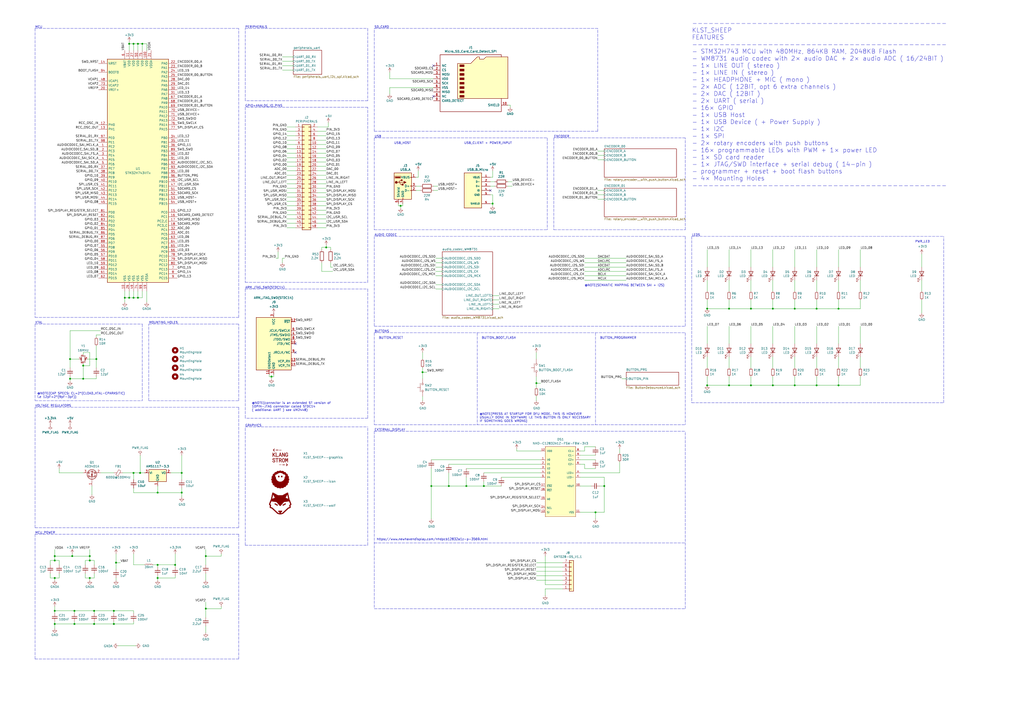
<source format=kicad_sch>
(kicad_sch (version 20211123) (generator eeschema)
  (paper "A2")
  (title_block (title "KLST_SHEEP") (date "2021-10-11") (rev "0.1"))
  (junction (at 77.47 25.4))
  (junction (at 435.61 223.52))
  (junction (at 422.91 223.52))
  (junction (at 31.75 335.28))
  (junction (at 41.91 322.58))
  (junction (at 105.41 285.75))
  (junction (at 448.31 223.52))
  (junction (at 119.38 353.06))
  (junction (at 461.01 223.52))
  (junction (at 91.44 335.28))
  (junction (at 40.64 219.71))
  (junction (at 280.67 281.94))
  (junction (at 52.07 325.12))
  (junction (at 232.41 119.38))
  (junction (at 72.39 172.72))
  (junction (at 410.21 223.52))
  (junction (at 77.47 172.72))
  (junction (at 245.11 215.9))
  (junction (at 40.64 208.28))
  (junction (at 55.88 208.28))
  (junction (at 54.61 361.95))
  (junction (at 435.61 179.07))
  (junction (at 52.07 322.58))
  (junction (at 48.26 219.71))
  (junction (at 54.61 354.33))
  (junction (at 77.47 274.32))
  (junction (at 250.19 281.94))
  (junction (at 43.18 361.95))
  (junction (at 82.55 25.4))
  (junction (at 105.41 274.32))
  (junction (at 43.18 354.33))
  (junction (at 31.75 322.58))
  (junction (at 66.04 354.33))
  (junction (at 461.01 179.07))
  (junction (at 473.71 179.07))
  (junction (at 486.41 223.52))
  (junction (at 285.75 118.11))
  (junction (at 31.75 361.95))
  (junction (at 80.01 172.72))
  (junction (at 80.01 25.4))
  (junction (at 270.51 281.94))
  (junction (at 260.35 281.94))
  (junction (at 410.21 179.07))
  (junction (at 48.26 212.09))
  (junction (at 31.75 325.12))
  (junction (at 66.04 361.95))
  (junction (at 91.44 327.66))
  (junction (at 486.41 179.07))
  (junction (at 101.6 327.66))
  (junction (at 448.31 179.07))
  (junction (at 81.28 274.32))
  (junction (at 189.23 143.51))
  (junction (at 74.93 25.4))
  (junction (at 311.15 222.25))
  (junction (at 91.44 285.75))
  (junction (at 422.91 179.07))
  (junction (at 345.44 297.18))
  (junction (at 31.75 354.33))
  (junction (at 157.48 218.44))
  (junction (at 350.52 281.94))
  (junction (at 52.07 335.28))
  (junction (at 67.31 326.39))
  (junction (at 119.38 322.58))
  (junction (at 74.93 172.72))
  (junction (at 473.71 223.52))
  (no_connect (at 251.46 55.88))
  (no_connect (at 171.45 199.39))
  (no_connect (at 251.46 38.1))
  (no_connect (at 171.45 204.47))
  (no_connect (at 284.48 110.49))
  (wire (pts (xy 311.15 224.79) (xy 311.15 222.25)))
  (wire (pts (xy 336.55 266.7) (xy 345.44 266.7)))
  (wire (pts (xy 339.09 154.94) (xy 363.22 154.94)))
  (wire (pts (xy 241.3 107.95) (xy 243.84 107.95)))
  (wire (pts (xy 270.51 271.78) (xy 313.69 271.78)))
  (wire (pts (xy 66.04 361.95) (xy 54.61 361.95)))
  (wire (pts (xy 31.75 354.33) (xy 31.75 355.6)))
  (wire (pts (xy 29.21 335.28) (xy 29.21 332.74)))
  (wire (pts (xy 260.35 269.24) (xy 313.69 269.24)))
  (wire (pts (xy 55.88 208.28) (xy 55.88 213.36)))
  (polyline (pts (xy 321.31 133.35) (xy 397.51 133.35)))
  (wire (pts (xy 270.51 276.86) (xy 270.51 281.94)))
  (wire (pts (xy 189.23 142.24) (xy 189.23 143.51)))
  (wire (pts (xy 486.41 173.99) (xy 486.41 179.07)))
  (wire (pts (xy 119.38 336.55) (xy 119.38 332.74)))
  (wire (pts (xy 346.71 113.03) (xy 350.52 113.03)))
  (wire (pts (xy 31.75 354.33) (xy 43.18 354.33)))
  (wire (pts (xy 119.38 353.06) (xy 128.27 353.06)))
  (wire (pts (xy 339.09 152.4) (xy 363.22 152.4)))
  (wire (pts (xy 410.21 173.99) (xy 410.21 179.07)))
  (wire (pts (xy 295.91 60.96) (xy 295.91 62.23)))
  (wire (pts (xy 81.28 264.16) (xy 81.28 274.32)))
  (wire (pts (xy 410.21 189.23) (xy 410.21 199.39)))
  (wire (pts (xy 166.37 132.08) (xy 171.45 132.08)))
  (wire (pts (xy 77.47 321.31) (xy 77.47 327.66)))
  (wire (pts (xy 166.37 93.98) (xy 171.45 93.98)))
  (wire (pts (xy 242.57 102.87) (xy 242.57 99.06)))
  (polyline (pts (xy 86.36 187.96) (xy 138.43 187.96)))
  (wire (pts (xy 461.01 173.99) (xy 461.01 179.07)))
  (wire (pts (xy 326.39 328.93) (xy 311.15 328.93)))
  (wire (pts (xy 34.29 274.32) (xy 48.26 274.32)))
  (wire (pts (xy 250.19 281.94) (xy 250.19 271.78)))
  (wire (pts (xy 284.48 102.87) (xy 285.75 102.87)))
  (polyline (pts (xy 86.36 232.41) (xy 86.36 187.96)))
  (wire (pts (xy 345.44 297.18) (xy 345.44 300.99)))
  (wire (pts (xy 99.06 274.32) (xy 105.41 274.32)))
  (wire (pts (xy 77.47 274.32) (xy 77.47 278.13)))
  (wire (pts (xy 72.39 172.72) (xy 74.93 172.72)))
  (polyline (pts (xy 20.32 16.51) (xy 20.32 184.15)))
  (wire (pts (xy 40.64 191.77) (xy 40.64 208.28)))
  (wire (pts (xy 68.58 374.65) (xy 78.74 374.65)))
  (wire (pts (xy 186.69 157.48) (xy 193.04 157.48)))
  (polyline (pts (xy 138.43 232.41) (xy 138.43 187.96)))
  (wire (pts (xy 284.48 105.41) (xy 287.02 105.41)))
  (wire (pts (xy 473.71 207.01) (xy 473.71 213.36)))
  (wire (pts (xy 280.67 281.94) (xy 270.51 281.94)))
  (wire (pts (xy 285.75 179.07) (xy 289.56 179.07)))
  (wire (pts (xy 52.07 318.77) (xy 52.07 322.58)))
  (polyline (pts (xy 138.43 309.88) (xy 138.43 382.27)))
  (polyline (pts (xy 217.17 193.04) (xy 217.17 246.38)))
  (wire (pts (xy 80.01 172.72) (xy 77.47 172.72)))
  (polyline (pts (xy 20.32 382.27) (xy 20.32 309.88)))
  (wire (pts (xy 82.55 168.91) (xy 82.55 172.72)))
  (polyline (pts (xy 401.32 233.68) (xy 547.37 233.68)))
  (wire (pts (xy 166.37 99.06) (xy 171.45 99.06)))
  (polyline (pts (xy 213.36 62.23) (xy 142.24 62.23)))
  (wire (pts (xy 184.15 73.66) (xy 190.5 73.66)))
  (wire (pts (xy 499.11 189.23) (xy 499.11 199.39)))
  (wire (pts (xy 184.15 121.92) (xy 189.23 121.92)))
  (wire (pts (xy 231.14 118.11) (xy 231.14 119.38)))
  (wire (pts (xy 360.68 219.71) (xy 363.22 219.71)))
  (wire (pts (xy 82.55 25.4) (xy 85.09 25.4)))
  (wire (pts (xy 226.06 50.8) (xy 251.46 50.8)))
  (wire (pts (xy 190.5 73.66) (xy 190.5 71.12)))
  (wire (pts (xy 101.6 327.66) (xy 101.6 328.93)))
  (wire (pts (xy 52.07 204.47) (xy 52.07 212.09)))
  (polyline (pts (xy 321.31 80.01) (xy 321.31 133.35)))
  (wire (pts (xy 80.01 25.4) (xy 80.01 29.21)))
  (wire (pts (xy 184.15 88.9) (xy 189.23 88.9)))
  (polyline (pts (xy 217.17 250.19) (xy 217.17 353.06)))
  (wire (pts (xy 67.31 335.28) (xy 67.31 336.55)))
  (wire (pts (xy 158.75 218.44) (xy 158.75 217.17)))
  (wire (pts (xy 339.09 160.02) (xy 363.22 160.02)))
  (wire (pts (xy 184.15 116.84) (xy 189.23 116.84)))
  (wire (pts (xy 184.15 104.14) (xy 189.23 104.14)))
  (polyline (pts (xy 397.51 133.35) (xy 397.51 80.01)))
  (polyline (pts (xy 20.32 306.07) (xy 20.32 236.22)))
  (wire (pts (xy 184.15 132.08) (xy 189.23 132.08)))
  (wire (pts (xy 77.47 168.91) (xy 77.47 172.72)))
  (wire (pts (xy 346.71 110.49) (xy 350.52 110.49)))
  (wire (pts (xy 101.6 335.28) (xy 91.44 335.28)))
  (wire (pts (xy 166.37 116.84) (xy 171.45 116.84)))
  (wire (pts (xy 82.55 29.21) (xy 82.55 25.4)))
  (wire (pts (xy 184.15 91.44) (xy 189.23 91.44)))
  (wire (pts (xy 166.37 111.76) (xy 171.45 111.76)))
  (wire (pts (xy 184.15 93.98) (xy 189.23 93.98)))
  (wire (pts (xy 252.73 165.1) (xy 256.54 165.1)))
  (polyline (pts (xy 346.71 76.2) (xy 346.71 16.51)))
  (wire (pts (xy 31.75 322.58) (xy 31.75 318.77)))
  (wire (pts (xy 77.47 274.32) (xy 81.28 274.32)))
  (wire (pts (xy 339.09 261.62) (xy 336.55 261.62)))
  (wire (pts (xy 285.75 173.99) (xy 289.56 173.99)))
  (wire (pts (xy 350.52 297.18) (xy 345.44 297.18)))
  (wire (pts (xy 184.15 101.6) (xy 189.23 101.6)))
  (wire (pts (xy 534.67 147.32) (xy 534.67 154.94)))
  (wire (pts (xy 486.41 144.78) (xy 486.41 154.94)))
  (wire (pts (xy 326.39 331.47) (xy 311.15 331.47)))
  (wire (pts (xy 435.61 179.07) (xy 422.91 179.07)))
  (wire (pts (xy 163.83 33.02) (xy 170.18 33.02)))
  (wire (pts (xy 311.15 232.41) (xy 311.15 229.87)))
  (wire (pts (xy 54.61 354.33) (xy 66.04 354.33)))
  (wire (pts (xy 157.48 218.44) (xy 158.75 218.44)))
  (wire (pts (xy 50.8 208.28) (xy 55.88 208.28)))
  (polyline (pts (xy 397.51 80.01) (xy 321.31 80.01)))
  (wire (pts (xy 191.77 152.4) (xy 191.77 154.94)))
  (wire (pts (xy 43.18 361.95) (xy 31.75 361.95)))
  (wire (pts (xy 316.23 322.58) (xy 316.23 339.09)))
  (wire (pts (xy 461.01 223.52) (xy 448.31 223.52)))
  (wire (pts (xy 339.09 269.24) (xy 336.55 269.24)))
  (wire (pts (xy 290.83 281.94) (xy 280.67 281.94)))
  (polyline (pts (xy 20.32 232.41) (xy 82.55 232.41)))
  (wire (pts (xy 285.75 99.06) (xy 285.75 102.87)))
  (wire (pts (xy 31.75 361.95) (xy 31.75 364.49)))
  (polyline (pts (xy 213.36 163.83) (xy 213.36 62.23)))
  (wire (pts (xy 245.11 215.9) (xy 247.65 215.9)))
  (wire (pts (xy 233.68 118.11) (xy 233.68 119.38)))
  (wire (pts (xy 163.83 40.64) (xy 170.18 40.64)))
  (wire (pts (xy 448.31 223.52) (xy 435.61 223.52)))
  (wire (pts (xy 473.71 218.44) (xy 473.71 223.52)))
  (polyline (pts (xy 213.36 316.23) (xy 213.36 247.65)))
  (wire (pts (xy 339.09 162.56) (xy 363.22 162.56)))
  (wire (pts (xy 311.15 222.25) (xy 313.69 222.25)))
  (wire (pts (xy 435.61 218.44) (xy 435.61 223.52)))
  (wire (pts (xy 31.75 322.58) (xy 41.91 322.58)))
  (wire (pts (xy 260.35 274.32) (xy 260.35 281.94)))
  (wire (pts (xy 473.71 189.23) (xy 473.71 199.39)))
  (wire (pts (xy 105.41 285.75) (xy 105.41 288.29)))
  (wire (pts (xy 254 110.49) (xy 251.46 110.49)))
  (polyline (pts (xy 397.51 193.04) (xy 397.51 246.38)))
  (wire (pts (xy 166.37 86.36) (xy 171.45 86.36)))
  (wire (pts (xy 473.71 162.56) (xy 473.71 168.91)))
  (wire (pts (xy 191.77 144.78) (xy 191.77 143.51)))
  (wire (pts (xy 226.06 54.61) (xy 226.06 50.8)))
  (wire (pts (xy 435.61 162.56) (xy 435.61 168.91)))
  (wire (pts (xy 422.91 173.99) (xy 422.91 179.07)))
  (wire (pts (xy 119.38 322.58) (xy 119.38 327.66)))
  (wire (pts (xy 166.37 104.14) (xy 171.45 104.14)))
  (wire (pts (xy 74.93 25.4) (xy 74.93 29.21)))
  (wire (pts (xy 54.61 327.66) (xy 54.61 325.12)))
  (wire (pts (xy 326.39 326.39) (xy 311.15 326.39)))
  (wire (pts (xy 184.15 99.06) (xy 189.23 99.06)))
  (wire (pts (xy 245.11 215.9) (xy 245.11 219.71)))
  (wire (pts (xy 166.37 76.2) (xy 171.45 76.2)))
  (wire (pts (xy 166.37 127) (xy 171.45 127)))
  (wire (pts (xy 91.44 335.28) (xy 91.44 336.55)))
  (polyline (pts (xy 142.24 316.23) (xy 213.36 316.23)))
  (polyline (pts (xy 213.36 242.57) (xy 142.24 242.57)))
  (wire (pts (xy 350.52 276.86) (xy 350.52 281.94)))
  (wire (pts (xy 48.26 210.82) (xy 48.26 212.09)))
  (wire (pts (xy 66.04 274.32) (xy 58.42 274.32)))
  (wire (pts (xy 499.11 173.99) (xy 499.11 179.07)))
  (wire (pts (xy 313.69 266.7) (xy 250.19 266.7)))
  (wire (pts (xy 31.75 360.68) (xy 31.75 361.95)))
  (wire (pts (xy 54.61 354.33) (xy 54.61 355.6)))
  (wire (pts (xy 186.69 152.4) (xy 186.69 157.48)))
  (wire (pts (xy 156.21 217.17) (xy 156.21 218.44)))
  (wire (pts (xy 486.41 218.44) (xy 486.41 223.52)))
  (wire (pts (xy 184.15 78.74) (xy 189.23 78.74)))
  (wire (pts (xy 163.83 38.1) (xy 170.18 38.1)))
  (polyline (pts (xy 397.51 189.23) (xy 397.51 137.16)))
  (wire (pts (xy 54.61 335.28) (xy 54.61 332.74)))
  (wire (pts (xy 245.11 208.28) (xy 245.11 204.47)))
  (polyline (pts (xy 142.24 16.51) (xy 213.36 16.51)))
  (polyline (pts (xy 20.32 306.07) (xy 138.43 306.07)))
  (wire (pts (xy 251.46 45.72) (xy 226.06 45.72)))
  (wire (pts (xy 336.55 281.94) (xy 342.9 281.94)))
  (wire (pts (xy 499.11 218.44) (xy 499.11 223.52)))
  (wire (pts (xy 48.26 205.74) (xy 48.26 204.47)))
  (wire (pts (xy 119.38 318.77) (xy 119.38 322.58)))
  (wire (pts (xy 316.23 341.63) (xy 326.39 341.63)))
  (wire (pts (xy 252.73 157.48) (xy 256.54 157.48)))
  (wire (pts (xy 184.15 86.36) (xy 189.23 86.36)))
  (polyline (pts (xy 213.36 58.42) (xy 142.24 58.42)))
  (wire (pts (xy 166.37 129.54) (xy 171.45 129.54)))
  (wire (pts (xy 346.71 92.71) (xy 350.52 92.71)))
  (wire (pts (xy 163.83 149.86) (xy 165.1 149.86)))
  (wire (pts (xy 435.61 189.23) (xy 435.61 199.39)))
  (polyline (pts (xy 86.36 232.41) (xy 138.43 232.41)))
  (polyline (pts (xy 142.24 316.23) (xy 142.24 247.65)))
  (wire (pts (xy 85.09 25.4) (xy 85.09 29.21)))
  (wire (pts (xy 53.34 287.02) (xy 53.34 281.94)))
  (wire (pts (xy 231.14 119.38) (xy 232.41 119.38)))
  (wire (pts (xy 156.21 218.44) (xy 157.48 218.44)))
  (polyline (pts (xy 217.17 76.2) (xy 346.71 76.2)))
  (wire (pts (xy 435.61 207.01) (xy 435.61 213.36)))
  (wire (pts (xy 166.37 121.92) (xy 171.45 121.92)))
  (polyline (pts (xy 20.32 309.88) (xy 138.43 309.88)))
  (wire (pts (xy 250.19 281.94) (xy 250.19 300.99)))
  (wire (pts (xy 299.72 260.35) (xy 299.72 261.62)))
  (wire (pts (xy 43.18 360.68) (xy 43.18 361.95)))
  (wire (pts (xy 339.09 157.48) (xy 363.22 157.48)))
  (wire (pts (xy 186.69 143.51) (xy 186.69 144.78)))
  (wire (pts (xy 29.21 325.12) (xy 29.21 327.66)))
  (wire (pts (xy 34.29 327.66) (xy 34.29 325.12)))
  (polyline (pts (xy 217.17 246.38) (xy 397.51 246.38)))
  (wire (pts (xy 40.64 218.44) (xy 40.64 219.71)))
  (wire (pts (xy 166.37 114.3) (xy 171.45 114.3)))
  (wire (pts (xy 316.23 345.44) (xy 316.23 341.63)))
  (wire (pts (xy 299.72 261.62) (xy 313.69 261.62)))
  (wire (pts (xy 184.15 83.82) (xy 189.23 83.82)))
  (wire (pts (xy 91.44 281.94) (xy 91.44 285.75)))
  (wire (pts (xy 54.61 361.95) (xy 43.18 361.95)))
  (wire (pts (xy 40.64 213.36) (xy 40.64 208.28)))
  (wire (pts (xy 339.09 259.08) (xy 339.09 261.62)))
  (wire (pts (xy 43.18 354.33) (xy 54.61 354.33)))
  (wire (pts (xy 77.47 285.75) (xy 91.44 285.75)))
  (wire (pts (xy 359.41 260.35) (xy 359.41 262.89)))
  (polyline (pts (xy 142.24 163.83) (xy 213.36 163.83)))
  (wire (pts (xy 233.68 119.38) (xy 232.41 119.38)))
  (wire (pts (xy 189.23 143.51) (xy 186.69 143.51)))
  (wire (pts (xy 72.39 172.72) (xy 72.39 175.26)))
  (polyline (pts (xy 213.36 16.51) (xy 213.36 58.42)))
  (wire (pts (xy 40.64 219.71) (xy 48.26 219.71)))
  (wire (pts (xy 339.09 271.78) (xy 339.09 269.24)))
  (wire (pts (xy 41.91 321.31) (xy 41.91 322.58)))
  (wire (pts (xy 31.75 336.55) (xy 31.75 335.28)))
  (wire (pts (xy 473.71 173.99) (xy 473.71 179.07)))
  (wire (pts (xy 191.77 143.51) (xy 189.23 143.51)))
  (wire (pts (xy 85.09 175.26) (xy 85.09 168.91)))
  (wire (pts (xy 31.75 325.12) (xy 31.75 322.58)))
  (wire (pts (xy 81.28 274.32) (xy 83.82 274.32)))
  (wire (pts (xy 54.61 360.68) (xy 54.61 361.95)))
  (wire (pts (xy 448.31 207.01) (xy 448.31 213.36)))
  (polyline (pts (xy 547.37 233.68) (xy 547.37 137.16)))
  (polyline (pts (xy 217.17 353.06) (xy 397.51 353.06)))
  (polyline (pts (xy 401.32 137.16) (xy 547.37 137.16)))
  (wire (pts (xy 66.04 360.68) (xy 66.04 361.95)))
  (wire (pts (xy 55.88 194.31) (xy 55.88 195.58)))
  (polyline (pts (xy 20.32 184.15) (xy 138.43 184.15)))
  (wire (pts (xy 166.37 96.52) (xy 171.45 96.52)))
  (wire (pts (xy 48.26 204.47) (xy 52.07 204.47)))
  (wire (pts (xy 311.15 218.44) (xy 311.15 222.25)))
  (wire (pts (xy 34.29 274.32) (xy 34.29 271.78)))
  (wire (pts (xy 31.75 325.12) (xy 29.21 325.12)))
  (wire (pts (xy 184.15 106.68) (xy 189.23 106.68)))
  (wire (pts (xy 184.15 96.52) (xy 189.23 96.52)))
  (wire (pts (xy 105.41 264.16) (xy 105.41 274.32)))
  (wire (pts (xy 52.07 325.12) (xy 49.53 325.12)))
  (wire (pts (xy 55.88 219.71) (xy 55.88 218.44)))
  (wire (pts (xy 285.75 118.11) (xy 285.75 119.38)))
  (wire (pts (xy 40.64 208.28) (xy 45.72 208.28)))
  (wire (pts (xy 313.69 274.32) (xy 280.67 274.32)))
  (wire (pts (xy 422.91 218.44) (xy 422.91 223.52)))
  (wire (pts (xy 232.41 119.38) (xy 232.41 120.65)))
  (wire (pts (xy 66.04 354.33) (xy 66.04 355.6)))
  (wire (pts (xy 346.71 90.17) (xy 350.52 90.17)))
  (wire (pts (xy 166.37 101.6) (xy 171.45 101.6)))
  (wire (pts (xy 486.41 179.07) (xy 473.71 179.07)))
  (wire (pts (xy 91.44 327.66) (xy 91.44 328.93)))
  (polyline (pts (xy 217.17 80.01) (xy 217.17 133.35)))
  (wire (pts (xy 245.11 215.9) (xy 245.11 213.36)))
  (wire (pts (xy 119.38 322.58) (xy 128.27 322.58)))
  (wire (pts (xy 166.37 73.66) (xy 171.45 73.66)))
  (wire (pts (xy 252.73 167.64) (xy 256.54 167.64)))
  (polyline (pts (xy 20.32 382.27) (xy 138.43 382.27)))
  (wire (pts (xy 486.41 162.56) (xy 486.41 168.91)))
  (wire (pts (xy 347.98 281.94) (xy 350.52 281.94)))
  (polyline (pts (xy 213.36 167.64) (xy 213.36 242.57)))
  (wire (pts (xy 74.93 25.4) (xy 77.47 25.4)))
  (wire (pts (xy 346.71 87.63) (xy 350.52 87.63)))
  (wire (pts (xy 163.83 149.86) (xy 163.83 152.4)))
  (wire (pts (xy 461.01 207.01) (xy 461.01 213.36)))
  (wire (pts (xy 119.38 349.25) (xy 119.38 353.06)))
  (polyline (pts (xy 217.17 137.16) (xy 217.17 189.23)))
  (wire (pts (xy 31.75 335.28) (xy 34.29 335.28)))
  (wire (pts (xy 71.12 274.32) (xy 77.47 274.32)))
  (wire (pts (xy 184.15 76.2) (xy 189.23 76.2)))
  (wire (pts (xy 40.64 219.71) (xy 40.64 220.98)))
  (wire (pts (xy 313.69 276.86) (xy 290.83 276.86)))
  (wire (pts (xy 316.23 339.09) (xy 326.39 339.09)))
  (wire (pts (xy 77.47 172.72) (xy 74.93 172.72)))
  (wire (pts (xy 461.01 144.78) (xy 461.01 154.94)))
  (wire (pts (xy 534.67 162.56) (xy 534.67 168.91)))
  (wire (pts (xy 260.35 281.94) (xy 250.19 281.94)))
  (wire (pts (xy 69.85 326.39) (xy 67.31 326.39)))
  (polyline (pts (xy 217.17 133.35) (xy 317.5 133.35)))
  (wire (pts (xy 252.73 154.94) (xy 256.54 154.94)))
  (wire (pts (xy 422.91 207.01) (xy 422.91 213.36)))
  (wire (pts (xy 74.93 172.72) (xy 74.93 168.91)))
  (wire (pts (xy 48.26 219.71) (xy 55.88 219.71)))
  (wire (pts (xy 461.01 189.23) (xy 461.01 199.39)))
  (wire (pts (xy 72.39 168.91) (xy 72.39 172.72)))
  (wire (pts (xy 49.53 325.12) (xy 49.53 327.66)))
  (polyline (pts (xy 138.43 184.15) (xy 138.43 16.51)))
  (wire (pts (xy 486.41 189.23) (xy 486.41 199.39)))
  (wire (pts (xy 91.44 327.66) (xy 101.6 327.66)))
  (wire (pts (xy 289.56 176.53) (xy 285.75 176.53)))
  (wire (pts (xy 336.55 297.18) (xy 345.44 297.18)))
  (wire (pts (xy 245.11 229.87) (xy 245.11 232.41)))
  (wire (pts (xy 448.31 218.44) (xy 448.31 223.52)))
  (wire (pts (xy 184.15 81.28) (xy 189.23 81.28)))
  (wire (pts (xy 297.18 107.95) (xy 294.64 107.95)))
  (wire (pts (xy 499.11 179.07) (xy 486.41 179.07)))
  (wire (pts (xy 77.47 327.66) (xy 83.82 327.66)))
  (wire (pts (xy 252.73 152.4) (xy 256.54 152.4)))
  (wire (pts (xy 34.29 335.28) (xy 34.29 332.74)))
  (polyline (pts (xy 20.32 187.96) (xy 20.32 232.41)))
  (wire (pts (xy 166.37 106.68) (xy 171.45 106.68)))
  (wire (pts (xy 49.53 335.28) (xy 52.07 335.28)))
  (wire (pts (xy 499.11 162.56) (xy 499.11 168.91)))
  (wire (pts (xy 448.31 179.07) (xy 435.61 179.07)))
  (wire (pts (xy 285.75 171.45) (xy 289.56 171.45)))
  (wire (pts (xy 67.31 326.39) (xy 67.31 330.2)))
  (wire (pts (xy 251.46 107.95) (xy 254 107.95)))
  (polyline (pts (xy 138.43 236.22) (xy 138.43 306.07)))
  (wire (pts (xy 499.11 144.78) (xy 499.11 154.94)))
  (wire (pts (xy 410.21 223.52) (xy 422.91 223.52)))
  (wire (pts (xy 105.41 283.21) (xy 105.41 285.75)))
  (wire (pts (xy 91.44 334.01) (xy 91.44 335.28)))
  (wire (pts (xy 336.55 276.86) (xy 350.52 276.86)))
  (wire (pts (xy 448.31 144.78) (xy 448.31 154.94)))
  (wire (pts (xy 336.55 274.32) (xy 359.41 274.32)))
  (wire (pts (xy 534.67 173.99) (xy 534.67 181.61)))
  (wire (pts (xy 252.73 160.02) (xy 256.54 160.02)))
  (polyline (pts (xy 142.24 167.64) (xy 142.24 242.57)))
  (wire (pts (xy 67.31 326.39) (xy 67.31 321.31)))
  (wire (pts (xy 52.07 336.55) (xy 52.07 335.28)))
  (wire (pts (xy 410.21 179.07) (xy 422.91 179.07)))
  (wire (pts (xy 77.47 354.33) (xy 77.47 355.6)))
  (wire (pts (xy 311.15 204.47) (xy 311.15 208.28)))
  (wire (pts (xy 339.09 259.08) (xy 345.44 259.08)))
  (wire (pts (xy 31.75 351.79) (xy 31.75 354.33)))
  (wire (pts (xy 184.15 114.3) (xy 189.23 114.3)))
  (wire (pts (xy 284.48 118.11) (xy 285.75 118.11)))
  (wire (pts (xy 486.41 207.01) (xy 486.41 213.36)))
  (polyline (pts (xy 217.17 250.19) (xy 397.51 250.19)))
  (polyline (pts (xy 276.86 193.04) (xy 276.86 246.38)))
  (wire (pts (xy 422.91 162.56) (xy 422.91 168.91)))
  (wire (pts (xy 461.01 162.56) (xy 461.01 168.91)))
  (wire (pts (xy 270.51 281.94) (xy 260.35 281.94)))
  (wire (pts (xy 166.37 109.22) (xy 171.45 109.22)))
  (wire (pts (xy 294.64 105.41) (xy 297.18 105.41)))
  (wire (pts (xy 326.39 334.01) (xy 311.15 334.01)))
  (polyline (pts (xy 217.17 80.01) (xy 317.5 80.01)))
  (wire (pts (xy 52.07 322.58) (xy 52.07 325.12)))
  (wire (pts (xy 435.61 144.78) (xy 435.61 154.94)))
  (polyline (pts (xy 20.32 236.22) (xy 138.43 236.22)))
  (wire (pts (xy 285.75 113.03) (xy 285.75 118.11)))
  (polyline (pts (xy 20.32 187.96) (xy 82.55 187.96)))
  (wire (pts (xy 54.61 325.12) (xy 52.07 325.12)))
  (wire (pts (xy 184.15 109.22) (xy 189.23 109.22)))
  (wire (pts (xy 128.27 322.58) (xy 128.27 321.31)))
  (wire (pts (xy 52.07 335.28) (xy 54.61 335.28)))
  (wire (pts (xy 105.41 278.13) (xy 105.41 274.32)))
  (wire (pts (xy 52.07 212.09) (xy 48.26 212.09)))
  (polyline (pts (xy 397.51 137.16) (xy 217.17 137.16)))
  (wire (pts (xy 77.47 361.95) (xy 66.04 361.95)))
  (wire (pts (xy 284.48 113.03) (xy 285.75 113.03)))
  (wire (pts (xy 166.37 78.74) (xy 171.45 78.74)))
  (polyline (pts (xy 142.24 62.23) (xy 142.24 163.83)))
  (wire (pts (xy 435.61 173.99) (xy 435.61 179.07)))
  (wire (pts (xy 166.37 83.82) (xy 171.45 83.82)))
  (wire (pts (xy 448.31 162.56) (xy 448.31 168.91)))
  (polyline (pts (xy 217.17 76.2) (xy 217.17 16.51)))
  (polyline (pts (xy 142.24 58.42) (xy 142.24 16.51)))
  (polyline (pts (xy 20.32 16.51) (xy 138.43 16.51)))
  (wire (pts (xy 473.71 223.52) (xy 461.01 223.52)))
  (wire (pts (xy 461.01 218.44) (xy 461.01 223.52)))
  (polyline (pts (xy 142.24 167.64) (xy 213.36 167.64)))
  (polyline (pts (xy 82.55 187.96) (xy 82.55 232.41)))
  (wire (pts (xy 119.38 353.06) (xy 119.38 358.14)))
  (wire (pts (xy 184.15 127) (xy 189.23 127)))
  (wire (pts (xy 184.15 119.38) (xy 189.23 119.38)))
  (wire (pts (xy 184.15 124.46) (xy 189.23 124.46)))
  (wire (pts (xy 55.88 194.31) (xy 58.42 194.31)))
  (polyline (pts (xy 317.5 80.01) (xy 317.5 133.35)))
  (wire (pts (xy 473.71 144.78) (xy 473.71 154.94)))
  (wire (pts (xy 101.6 334.01) (xy 101.6 335.28)))
  (wire (pts (xy 243.84 110.49) (xy 241.3 110.49)))
  (wire (pts (xy 346.71 115.57) (xy 350.52 115.57)))
  (wire (pts (xy 422.91 189.23) (xy 422.91 199.39)))
  (wire (pts (xy 55.88 208.28) (xy 55.88 200.66)))
  (wire (pts (xy 49.53 335.28) (xy 49.53 332.74)))
  (wire (pts (xy 77.47 283.21) (xy 77.47 285.75)))
  (wire (pts (xy 34.29 325.12) (xy 31.75 325.12)))
  (wire (pts (xy 326.39 336.55) (xy 311.15 336.55)))
  (wire (pts (xy 128.27 353.06) (xy 128.27 351.79)))
  (polyline (pts (xy 217.17 193.04) (xy 397.51 193.04)))
  (wire (pts (xy 410.21 207.01) (xy 410.21 213.36)))
  (polyline (pts (xy 217.17 189.23) (xy 397.51 189.23)))
  (wire (pts (xy 161.29 149.86) (xy 161.29 146.05)))
  (wire (pts (xy 74.93 24.13) (xy 74.93 25.4)))
  (wire (pts (xy 77.47 360.68) (xy 77.47 361.95)))
  (wire (pts (xy 157.48 218.44) (xy 157.48 219.71)))
  (wire (pts (xy 410.21 144.78) (xy 410.21 154.94)))
  (wire (pts (xy 166.37 88.9) (xy 171.45 88.9)))
  (wire (pts (xy 336.55 264.16) (xy 345.44 264.16)))
  (wire (pts (xy 166.37 119.38) (xy 171.45 119.38)))
  (wire (pts (xy 80.01 172.72) (xy 80.01 168.91)))
  (wire (pts (xy 82.55 172.72) (xy 80.01 172.72)))
  (wire (pts (xy 166.37 91.44) (xy 171.45 91.44)))
  (wire (pts (xy 77.47 29.21) (xy 77.47 25.4)))
  (wire (pts (xy 422.91 144.78) (xy 422.91 154.94)))
  (wire (pts (xy 226.06 45.72) (xy 226.06 41.91)))
  (polyline (pts (xy 401.32 137.16) (xy 401.32 233.68)))
  (polyline (pts (xy 142.24 247.65) (xy 213.36 247.65)))
  (wire (pts (xy 499.11 223.52) (xy 486.41 223.52)))
  (wire (pts (xy 29.21 335.28) (xy 31.75 335.28)))
  (wire (pts (xy 80.01 25.4) (xy 82.55 25.4)))
  (wire (pts (xy 66.04 354.33) (xy 77.47 354.33)))
  (wire (pts (xy 294.64 60.96) (xy 295.91 60.96)))
  (wire (pts (xy 499.11 207.01) (xy 499.11 213.36)))
  (wire (pts (xy 119.38 367.03) (xy 119.38 363.22)))
  (wire (pts (xy 184.15 129.54) (xy 189.23 129.54)))
  (polyline (pts (xy 397.51 353.06) (xy 397.51 250.19)))
  (wire (pts (xy 473.71 179.07) (xy 461.01 179.07)))
  (wire (pts (xy 48.26 212.09) (xy 48.26 219.71)))
  (wire (pts (xy 105.41 285.75) (xy 91.44 285.75)))
  (wire (pts (xy 359.41 274.32) (xy 359.41 267.97)))
  (wire (pts (xy 241.3 102.87) (xy 242.57 102.87)))
  (polyline (pts (xy 345.44 193.04) (xy 345.44 246.38)))
  (wire (pts (xy 350.52 281.94) (xy 350.52 297.18)))
  (wire (pts (xy 101.6 321.31) (xy 101.6 327.66)))
  (wire (pts (xy 448.31 189.23) (xy 448.31 199.39)))
  (wire (pts (xy 166.37 124.46) (xy 171.45 124.46)))
  (wire (pts (xy 461.01 179.07) (xy 448.31 179.07)))
  (wire (pts (xy 191.77 154.94) (xy 193.04 154.94)))
  (polyline (pts (xy 217.17 314.96) (xy 397.51 314.96)))
  (wire (pts (xy 280.67 279.4) (xy 280.67 281.94)))
  (wire (pts (xy 41.91 322.58) (xy 52.07 322.58)))
  (wire (pts (xy 88.9 327.66) (xy 91.44 327.66)))
  (wire (pts (xy 166.37 81.28) (xy 171.45 81.28)))
  (wire (pts (xy 58.42 191.77) (xy 40.64 191.77)))
  (wire (pts (xy 43.18 354.33) (xy 43.18 355.6)))
  (polyline (pts (xy 217.17 16.51) (xy 346.71 16.51)))
  (wire (pts (xy 184.15 111.76) (xy 189.23 111.76)))
  (wire (pts (xy 448.31 173.99) (xy 448.31 179.07)))
  (wire (pts (xy 345.44 271.78) (xy 339.09 271.78)))
  (wire (pts (xy 256.54 149.86) (xy 252.73 149.86)))
  (wire (pts (xy 163.83 35.56) (xy 170.18 35.56)))
  (wire (pts (xy 486.41 223.52) (xy 473.71 223.52)))
  (wire (pts (xy 410.21 162.56) (xy 410.21 168.91)))
  (wire (pts (xy 435.61 223.52) (xy 422.91 223.52)))
  (wire (pts (xy 287.02 107.95) (xy 284.48 107.95)))
  (wire (pts (xy 77.47 25.4) (xy 80.01 25.4)))
  (wire (pts (xy 410.21 218.44) (xy 410.21 223.52)))
  (wire (pts (xy 339.09 149.86) (xy 363.22 149.86)))
  (wire (pts (xy 161.29 149.86) (xy 160.02 149.86)))
  (text "GPIO+ANALOG_IO_PINS" (at 142.24 62.23 0) (effects (font (size 1.27 1.27)) (justify left bottom)))
  (text "@NOTE(SEMANTIC MAPPING BETWEEN SAI + I2S)" (at 339.09 166.37 0) (effects (font (size 1.27 1.27)) (justify left bottom)))
  (text "ENCODER" (at 321.31 80.01 0) (effects (font (size 1.27 1.27)) (justify left bottom)))
  (text "https://www.newhavendisplay.com/nhdpcb12832a1z-p-3569.html" (at 218.44 313.69 0) (effects (font (size 1.27 1.27)) (justify left bottom)))
  (text "SD_CARD" (at 217.17 16.51 0) (effects (font (size 1.27 1.27)) (justify left bottom)))
  (text "LEDS" (at 401.32 137.16 0) (effects (font (size 1.27 1.27)) (justify left bottom)))
  (text "@NOTE(connector is an extended ST version of \n10PIN-JTAG connector called STDC14 \n( additional UART ) see UM2448)" (at 146.05 238.76 0) (effects (font (size 1.27 1.27)) (justify left bottom)))
  (text "XTAL" (at 20.32 187.96 0) (effects (font (size 1.27 1.27)) (justify left bottom)))
  (text "@NOTE(CAP SPECS: CL=2*(CLOAD_XTAL-CPARASITIC)\ni.e 12pF=2*(9pF-3pF))" (at 21.59 231.14 0) (effects (font (size 1.27 1.27)) (justify left bottom)))
  (text "USB" (at 217.17 80.01 0) (effects (font (size 1.27 1.27)) (justify left bottom)))
  (text "VOLTAGE REGULATORS" (at 20.32 236.22 0) (effects (font (size 1.27 1.27)) (justify left bottom)))
  (text "PERIPHERALS" (at 142.24 16.51 0) (effects (font (size 1.27 1.27)) (justify left bottom)))
  (text "USB_CLIENT + POWER_INPUT" (at 269.24 83.82 0) (effects (font (size 1.27 1.27)) (justify left bottom)))
  (text "BUTTON_RESET" (at 219.71 196.85 0) (effects (font (size 1.27 1.27)) (justify left bottom)))
  (text "BUTTON_BOOT_FLASH" (at 279.4 196.85 0) (effects (font (size 1.27 1.27)) (justify left bottom)))
  (text "@NOTE(PRESS AT STARTUP FOR DFU MODE. THIS IS HOWEVER \nUSUALLY DONE IN SOFTWARE I.E THIS BUTTON IS ONLY NECESSARY \nIF SOMETHING GOES WRONG)" (at 278.13 245.11 0) (effects (font (size 1.27 1.27)) (justify left bottom)))
  (text "ARM_JTAG_SWD(STDC14)" (at 142.24 167.64 0) (effects (font (size 1.27 1.27)) (justify left bottom)))
  (text "USB_HOST" (at 228.6 83.82 0) (effects (font (size 1.27 1.27)) (justify left bottom)))
  (text "MOUNTING HOLES" (at 86.36 187.96 0) (effects (font (size 1.27 1.27)) (justify left bottom)))
  (text "MCU_POWER" (at 20.32 309.88 0) (effects (font (size 1.27 1.27)) (justify left bottom)))
  (text "MCU" (at 20.32 16.51 0) (effects (font (size 1.27 1.27)) (justify left bottom)))
  (text "BUTTONS" (at 217.17 193.04 0) (effects (font (size 1.27 1.27)) (justify left bottom)))
  (text "AUDIO CODEC" (at 217.17 137.16 0) (effects (font (size 1.27 1.27)) (justify left bottom)))
  (text "BUTTON_PROGRAMMER" (at 347.98 196.85 0) (effects (font (size 1.27 1.27)) (justify left bottom)))
  (text "PWR_LED" (at 530.86 140.97 0) (effects (font (size 1.27 1.27)) (justify left bottom)))
  (text "-----------------------------------------------\nKLST_SHEEP\nFEATURES\n-----------------------------------------------\n- STM32H743 MCU with 480MHz, 864KB RAM, 2048KB Flash\n- WM8731 audio codec with 2× audio DAC + 2× audio ADC ( 16/24BIT )\n- 1× LINE OUT ( stereo )\n- 1× LINE IN ( stereo )\n- 1× HEADPHONE + MIC ( mono )\n- 2× ADC ( 12BIT, opt 6 extra channels )\n- 2× DAC ( 12BIT )\n- 2× UART ( serial )\n- 16× GPIO\n- 1× USB Host\n- 1× USB Device ( + Power Supply )\n- 1× I2C \n- 1× SPI \n- 2× rotary encoders with push buttons\n- 16× programmable LEDs with PWM + 1× power LED\n- 1× SD card reader\n- 1× JTAG/SWD interface + serial debug ( 14-pin )\n- programmer + reset + boot flash buttons\n- 4× Mounting Holes\n-----------------------------------------------\n" (at 401.32 109.22 0) (effects (font (size 2.54 2.54)) (justify left bottom)))
  (text "EXTERNAL_DISPLAY\n" (at 217.17 250.19 0) (effects (font (size 1.27 1.27)) (justify left bottom)))
  (text "GRAPHICS" (at 142.24 247.65 0) (effects (font (size 1.27 1.27)) (justify left bottom)))
  (label "ENCODER_00_BUTTON" (at 102.87 44.45 0))
  (label "ENCODER_00_A" (at 346.71 87.63 180))
  (label "SDCARD_CS" (at 102.87 110.49 0))
  (label "GPIO_15" (at 189.23 78.74 0))
  (label "PIN_GND" (at 166.37 76.2 180))
  (label "USB_DEVICE-" (at 102.87 64.77 0))
  (label "PIN_GND" (at 166.37 73.66 180))
  (label "BUTTON_PRG" (at 102.87 102.87 0))
  (label "LED_12" (at 102.87 80.01 0))
  (label "AUDIOCODEC_I2S_MCK" (at 252.73 160.02 180))
  (label "GPIO_13" (at 189.23 81.28 0))
  (label "RCC_OSC_IN" (at 58.42 191.77 0))
  (label "LED_02" (at 102.87 90.17 0))
  (label "LED_06" (at 422.91 189.23 0))
  (label "SDCARD_SCK" (at 251.46 48.26 180))
  (label "AUDIOCODEC_SAI_SCK_A" (at 363.22 160.02 0))
  (label "LED_02" (at 473.71 189.23 0))
  (label "USB_DEVICE-" (at 297.18 105.41 0))
  (label "ADC_01" (at 102.87 135.89 0))
  (label "SPI_DISPLAY_SCK" (at 189.23 116.84 0))
  (label "LINE_IN_LEFT" (at 189.23 106.68 0))
  (label "SPI_USR_SCK" (at 57.15 110.49 180))
  (label "LINE_IN_RIGHT" (at 189.23 104.14 0))
  (label "SDCARD_MISO" (at 251.46 53.34 180))
  (label "LED_03" (at 102.87 146.05 0))
  (label "SWD_SWDIO" (at 171.45 194.31 0))
  (label "AUDIOCODEC_I2S_MCK" (at 339.09 162.56 180))
  (label "GPIO_01" (at 189.23 96.52 0))
  (label "GPIO_13" (at 102.87 161.29 0))
  (label "LINE_IN_RIGHT" (at 289.56 179.07 0))
  (label "SPI_DISPLAY_RESET" (at 311.15 331.47 180))
  (label "ENCODER_01_BUTTON" (at 346.71 115.57 180))
  (label "SERIAL_00_TX" (at 57.15 100.33 180))
  (label "LED_07" (at 410.21 189.23 0))
  (label "AUDIOCODEC_SAI_FS_A" (at 363.22 157.48 0))
  (label "USB_HOST-" (at 102.87 115.57 0))
  (label "DAC_00" (at 102.87 46.99 0))
  (label "RCC_OSC_OUT" (at 58.42 194.31 0))
  (label "I2C_USR_SCL" (at 189.23 127 0))
  (label "SWD_SWCLK" (at 102.87 72.39 0))
  (label "GPIO_05" (at 189.23 91.44 0))
  (label "LED_10" (at 473.71 144.78 0))
  (label "LED_08" (at 499.11 144.78 0))
  (label "PIN_3V3" (at 160.02 149.86 180))
  (label "LED_11" (at 102.87 82.55 0))
  (label "ADC_01" (at 166.37 101.6 180))
  (label "PIN_3V3" (at 189.23 132.08 0))
  (label "ENCODER_00_B" (at 346.71 90.17 180))
  (label "DAC_00" (at 189.23 99.06 0))
  (label "USB_DEVICE+" (at 102.87 67.31 0))
  (label "SPI_DISPLAY_RESET" (at 313.69 284.48 180))
  (label "LED_12" (at 448.31 144.78 0))
  (label "DAC_01" (at 102.87 49.53 0))
  (label "USB_HOST-" (at 254 110.49 0))
  (label "SPI_DISPLAY_MOSI" (at 189.23 111.76 0))
  (label "LINE_OUT_LEFT" (at 166.37 106.68 180))
  (label "SDCARD_CARD_DETECT" (at 102.87 125.73 0))
  (label "GPIO_04" (at 166.37 91.44 180))
  (label "DAC_01" (at 189.23 101.6 0))
  (label "ENCODER_01_A" (at 102.87 57.15 0))
  (label "PIN_3V3" (at 166.37 132.08 180))
  (label "SPI_DISPLAY_MOSI" (at 313.69 297.18 180))
  (label "SPI_USR_SCK" (at 166.37 116.84 180))
  (label "SWD_SWDIO" (at 102.87 69.85 0))
  (label "SERIAL_DEBUG_TX" (at 171.45 212.09 0))
  (label "LINE_IN_LEFT" (at 289.56 176.53 0))
  (label "AUDIOCODEC_I2S_WS" (at 339.09 152.4 180))
  (label "ADC_00" (at 166.37 99.06 180))
  (label "SPI_DISPLAY_SCK" (at 102.87 148.59 0))
  (label "VCAP1" (at 119.38 318.77 180))
  (label "SWD_SWCLK" (at 171.45 191.77 0))
  (label "LED_15" (at 410.21 144.78 0))
  (label "ENCODER_00_BUTTON" (at 346.71 92.71 180))
  (label "LED_00" (at 102.87 100.33 0))
  (label "I2C_USR_SCL" (at 193.04 154.94 0))
  (label "I2C_USR_SCL" (at 102.87 105.41 0))
  (label "USB_HOST+" (at 254 107.95 0))
  (label "PIN_GND" (at 165.1 149.86 0))
  (label "SPI_DISPLAY_REGISTER_SELECT" (at 57.15 123.19 180))
  (label "SERIAL_DEBUG_TX" (at 57.15 135.89 180))
  (label "AUDIOCODEC_I2S_SDI" (at 252.73 154.94 180))
  (label "SPI_DISPLAY_REGISTER_SELECT" (at 311.15 328.93 180))
  (label "VCAP1" (at 57.15 46.99 180))
  (label "SERIAL_01_RX" (at 57.15 80.01 180))
  (label "LED_13" (at 435.61 144.78 0))
  (label "LED_06" (at 102.87 138.43 0))
  (label "SPI_USR_MOSI" (at 166.37 111.76 180))
  (label "SPI_DISPLAY_CS" (at 311.15 326.39 180))
  (label "PIN_GND" (at 166.37 124.46 180))
  (label "SPI_DISPLAY_RESET" (at 57.15 125.73 180))
  (label "AUDIOCODEC_I2S_CK" (at 252.73 157.48 180))
  (label "LED_11" (at 461.01 144.78 0))
  (label "GPIO_09" (at 57.15 105.41 180))
  (label "SWD_NRST" (at 57.15 36.83 180))
  (label "GPIO_15" (at 102.87 156.21 0))
  (label "AUDIOCODEC_SAI_SD_B" (at 363.22 154.94 0))
  (label "LED_15" (at 102.87 41.91 0))
  (label "GPIO_04" (at 57.15 151.13 180))
  (label "SPI_DISPLAY_MOSI" (at 102.87 153.67 0))
  (label "AUDIOCODEC_I2C_SDA" (at 102.87 97.79 0))
  (label "GPIO_07" (at 189.23 88.9 0))
  (label "VDDA" (at 31.75 318.77 0))
  (label "ENCODER_01_BUTTON" (at 102.87 62.23 0))
  (label "LINE_OUT_RIGHT" (at 289.56 173.99 0))
  (label "SPI_DISPLAY_CS" (at 189.23 119.38 0))
  (label "SPI_USR_MISO" (at 166.37 114.3 180))
  (label "USB_DEVICE+" (at 297.18 107.95 0))
  (label "AUDIOCODEC_SAI_FS_A" (at 57.15 90.17 180))
  (label "AUDIOCODEC_I2S_CK" (at 339.09 160.02 180))
  (label "LED_14" (at 102.87 52.07 0))
  (label "VREFP" (at 52.07 318.77 180))
  (label "SPI_DISPLAY_CS" (at 102.87 74.93 0))
  (label "DACDAT" (at 346.71 149.86 0))
  (label "GPIO_01" (at 57.15 133.35 180))
  (label "PIN_GND" (at 189.23 124.46 0))
  (label "VREFP" (at 57.15 52.07 180))
  (label "ENCODER_01_B" (at 346.71 113.03 180))
  (label "SPI_USR_MOSI" (at 57.15 115.57 180))
  (label "SPI_DISPLAY_MISO" (at 189.23 114.3 0))
  (label "GPIO_03" (at 189.23 93.98 0))
  (label "SWD_NRST" (at 171.45 186.69 0))
  (label "BOOT_FLASH" (at 313.69 222.25 0))
  (label "GPIO_10" (at 57.15 102.87 180))
  (label "SERIAL_00_RX" (at 163.83 33.02 180))
  (label "PIN_3V3" (at 189.23 121.92 0))
  (label "VDDA" (at 87.63 29.21 90))
  (label "SERIAL_01_TX" (at 163.83 40.64 180))
  (label "AUDIOCODEC_I2C_SCL" (at 252.73 167.64 180))
  (label "ENCODER_01_A" (at 346.71 110.49 180))
  (label "SERIAL_00_RX" (at 57.15 97.79 180))
  (label "ENCODER_01_B" (at 102.87 59.69 0))
  (label "GPIO_08" (at 57.15 118.11 180))
  (label "LED_14" (at 422.91 144.78 0))
  (label "LED_00" (at 499.11 189.23 0))
  (label "I2C_USR_SDA" (at 189.23 129.54 0))
  (label "SERIAL_DEBUG_TX" (at 166.37 127 180))
  (label "VCAP2" (at 119.38 349.25 180))
  (label "BOOT_FLASH" (at 57.15 41.91 180))
  (label "AUDIOCODEC_I2S_WS" (at 339.09 157.48 180))
  (label "LINE_OUT_LEFT" (at 289.56 171.45 0))
  (label "VCAP2" (at 57.15 49.53 180))
  (label "ENCODER_00_A" (at 102.87 36.83 0))
  (label "LINE_OUT_RIGHT" (at 166.37 104.14 180))
  (label "LED_03" (at 461.01 189.23 0))
  (label "SDCARD_MOSI" (at 251.46 43.18 180))
  (label "LED_05" (at 435.61 189.23 0))
  (label "BCLK" (at 346.71 160.02 0))
  (label "AUDIOCODEC_I2S_SDO" (at 252.73 149.86 180))
  (label "AUDIOCODEC_SAI_SD_B" (at 57.15 87.63 180))
  (label "AUDIOCODEC_SAI_SD_A" (at 57.15 95.25 180))
  (label "SPI_DISPLAY_SCK" (at 311.15 336.55 180))
  (label "SDCARD_CS" (at 251.46 40.64 180))
  (label "LED_04" (at 102.87 143.51 0))
  (label "AUDIOCODEC_SAI_SD_A" (at 363.22 149.86 0))
  (label "ADCLRC" (at 346.71 157.48 0))
  (label "GPIO_06" (at 166.37 88.9 180))
  (label "AUDIOCODEC_I2C_SCL" (at 102.87 95.25 0))
  (label "GPIO_02" (at 57.15 130.81 180))
  (label "GPIO_11" (at 189.23 83.82 0))
  (label "I2C_USR_SDA" (at 193.04 157.48 0))
  (label "MCLK" (at 346.71 162.56 0))
  (label "ADC_00" (at 102.87 133.35 0))
  (label "SERIAL_DEBUG_RX" (at 171.45 209.55 0))
  (label "AUDIOCODEC_I2C_SDA" (at 252.73 165.1 180))
  (label "LED_10" (at 57.15 153.67 180))
  (label "AUDIOCODEC_SAI_MCLK_A" (at 363.22 162.56 0))
  (label "GPIO_00" (at 57.15 140.97 180))
  (label "SERIAL_DEBUG_RX" (at 166.37 129.54 180))
  (label "SPI_DISPLAY_MISO" (at 102.87 151.13 0))
  (label "SERIAL_DEBUG_RX" (at 57.15 138.43 180))
  (label "LED_07" (at 57.15 161.29 180))
  (label "I2C_USR_SDA" (at 102.87 107.95 0))
  (label "SPI_DISPLAY_REGISTER_SELECT" (at 313.69 289.56 180))
  (label "AUDIOCODEC_SAI_MCLK_A" (at 57.15 85.09 180))
  (label "RCC_OSC_OUT" (at 57.15 74.93 180))
  (label "SWD_NRST" (at 247.65 215.9 0))
  (label "GPIO_05" (at 57.15 148.59 180))
  (label "GPIO_06" (at 57.15 146.05 180))
  (label "PIN_GND" (at 166.37 109.22 180))
  (label "GPIO_10" (at 166.37 83.82 180))
  (label "GPIO_11" (at 102.87 85.09 0))
  (label "SDCARD_MISO" (at 102.87 128.27 0))
  (label "AUDIOCODEC_I2S_SDO" (at 339.09 149.86 180))
  (label "SERIAL_00_TX" (at 163.83 35.56 180))
  (label "AUDIOCODEC_I2S_WS" (at 252.73 152.4 180))
  (label "SWD_SWO" (at 171.45 196.85 0))
  (label "LED_01" (at 102.87 92.71 0))
  (label "GPIO_08" (at 166.37 86.36 180))
  (label "DACLRC" (at 346.71 152.4 0))
  (label "GPIO_12" (at 166.37 81.28 180))
  (label "GPIO_02" (at 166.37 93.98 180))
  (label "SPI_DISPLAY_SCK" (at 313.69 294.64 180))
  (label "SPI_USR_CS" (at 57.15 107.95 180))
  (label "GPIO_03" (at 57.15 128.27 180))
  (label "VBAT" (at 69.85 326.39 0))
  (label "SDCARD_SCK" (at 102.87 113.03 0))
  (label "ENCODER_00_B" (at 102.87 39.37 0))
  (label "VBAT" (at 72.39 29.21 90))
  (label "LED_08" (at 57.15 158.75 180))
  (label "LED_01" (at 486.41 189.23 0))
  (label "SPI_USR_MISO" (at 57.15 113.03 180))
  (label "GPIO_12" (at 102.87 123.19 0))
  (label "SWD_SWO" (at 102.87 87.63 0))
  (label "GPIO_00" (at 166.37 96.52 180))
  (label "PIN_3V3" (at 189.23 76.2 0))
  (label "SERIAL_01_TX" (at 57.15 82.55 180))
  (label "AUDIOCODEC_SAI_SCK_A" (at 57.15 92.71 180))
  (label "PIN_GND" (at 189.23 109.22 0))
  (label "GPIO_09" (at 189.23 86.36 0))
  (label "LED_05" (at 102.87 140.97 0))
  (label "SDCARD_CARD_DETECT" (at 251.46 58.42 180))
  (label "LED_09" (at 486.41 144.78 0))
  (label "RCC_OSC_IN" (at 57.15 72.39 180))
  (label "ADCDAT" (at 346.71 154.94 0))
  (label "LED_04" (at 448.31 189.23 0))
  (label "GPIO_07" (at 57.15 143.51 180))
  (label "GPIO_14" (at 102.87 158.75 0))
  (label "LED_13" (at 102.87 54.61 0))
  (label "SPI_DISPLAY_CS" (at 313.69 281.94 180))
  (label "SPI_USR_CS" (at 166.37 119.38 180))
  (label "SDCARD_MOSI" (at 102.87 130.81 0))
  (label "USB_HOST+" (at 102.87 118.11 0))
  (label "GPIO_14" (at 166.37 78.74 180))
  (label "PIN_3V3" (at 166.37 121.92 180))
  (label "SERIAL_01_RX" (at 163.83 38.1 180))
  (label "AUDIOCODEC_SAI_FS_A" (at 363.22 152.4 0))
  (label "LED_09" (at 57.15 156.21 180))
  (label "SPI_DISPLAY_MOSI" (at 311.15 334.01 180))
  (label "BUTTON_PRG" (at 360.68 219.71 180))
  (label "AUDIOCODEC_I2S_SDI" (at 339.09 154.94 180))
  (symbol (lib_id "Connector:USB_A") (at 233.68 107.95 0) (unit 1)
    (property "Reference" "J3" (at 235.1278 96.0882 0))
    (property "Value" "USB_A" (at 235.1278 98.3996 0))
    (property "Footprint" "Connector_USB:USB_A_Molex_67643_Horizontal" (effects hide))
    (property "Datasheet" "https://datasheet.lcsc.com/szlcsc/1912111437_MOLEX-676432911_C293351.pdf" (effects hide))
    (property "MFR.Part #" "AF 90° WJDG" (effects hide))
    (property "Extended Part" "x" (effects hide))
    (property "JLCPCB Part #" "C456018" (effects hide))
  )
  (symbol (lib_id "power:GND") (at 105.41 288.29 0) (unit 1)
    (property "Reference" "#PWR027" (effects hide))
    (property "Value" "GND" (at 105.537 292.6842 0))
  )
  (symbol (lib_id "power:+5V") (at 34.29 271.78 0) (unit 1)
    (property "Reference" "#PWR025" (effects hide))
    (property "Value" "+5V" (at 34.29 267.97 0))
  )
  (symbol (lib_id "Switch:SW_Push") (at 245.11 224.79 90) (unit 1)
    (property "Reference" "SW2" (at 246.38 223.52 90) (effects (justify right)))
    (property "Value" "BUTTON_RESET" (at 246.38 226.06 90) (effects (justify right)))
    (property "Footprint" "Button_Switch_SMD:SW_Push_SPST_NO_Alps_SKRK" (effects hide))
    (property "MFR.Part #" "SKRKAEE020" (effects hide))
    (property "Extended Part" "x" (effects hide))
    (property "JLCPCB Part #" "C115357" (effects hide))
  )
  (symbol (lib_id "Mechanical:MountingHole") (at 101.6 203.2 0) (unit 1)
    (property "Reference" "H1" (at 104.14 202.0316 0) (effects (justify left)))
    (property "Value" "MountingHole" (at 104.14 204.343 0) (effects (justify left)))
    (property "Footprint" "MountingHole:MountingHole_3.2mm_M3_Pad_Via" (effects hide))
    (property "MFR.Part #" "DNF" (effects hide))
    (property "Extended Part" "-" (effects hide))
    (property "JLCPCB Part #" "DNF" (effects hide))
  )
  (symbol (lib_id "Mechanical:MountingHole") (at 101.6 208.28 0) (unit 1)
    (property "Reference" "H2" (at 104.14 207.1116 0) (effects (justify left)))
    (property "Value" "MountingHole" (at 104.14 209.423 0) (effects (justify left)))
    (property "Footprint" "MountingHole:MountingHole_3.2mm_M3_Pad_Via" (effects hide))
    (property "MFR.Part #" "DNF" (effects hide))
    (property "Extended Part" "-" (effects hide))
    (property "JLCPCB Part #" "DNF" (effects hide))
  )
  (symbol (lib_id "Mechanical:MountingHole") (at 101.6 213.36 0) (unit 1)
    (property "Reference" "H3" (at 104.14 212.1916 0) (effects (justify left)))
    (property "Value" "MountingHole" (at 104.14 214.503 0) (effects (justify left)))
    (property "Footprint" "MountingHole:MountingHole_3.2mm_M3_Pad_Via" (effects hide))
    (property "MFR.Part #" "DNF" (effects hide))
    (property "Extended Part" "-" (effects hide))
    (property "JLCPCB Part #" "DNF" (effects hide))
  )
  (symbol (lib_id "Mechanical:MountingHole") (at 101.6 218.44 0) (unit 1)
    (property "Reference" "H4" (at 104.14 217.2716 0) (effects (justify left)))
    (property "Value" "MountingHole" (at 104.14 219.583 0) (effects (justify left)))
    (property "Footprint" "MountingHole:MountingHole_3.2mm_M3_Pad_Via" (effects hide))
    (property "MFR.Part #" "DNF" (effects hide))
    (property "Extended Part" "-" (effects hide))
    (property "JLCPCB Part #" "DNF" (effects hide))
  )
  (symbol (lib_id "Device:R_Small") (at 245.11 210.82 180) (unit 1)
    (property "Reference" "R15" (at 246.6086 209.6516 0) (effects (justify right)))
    (property "Value" "10K" (at 246.6086 211.963 0) (effects (justify right)))
    (property "Footprint" "Resistor_SMD:R_0402_1005Metric" (effects hide))
    (property "MFR.Part #" "0402WGF1002TCE" (effects hide))
    (property "Extended Part" "-" (effects hide))
    (property "JLCPCB Part #" "C25744" (effects hide))
  )
  (symbol (lib_id "Device:R_Small") (at 55.88 198.12 0) (unit 1)
    (property "Reference" "R14" (at 57.3786 196.9516 0) (effects (justify left)))
    (property "Value" "10R" (at 57.3786 199.263 0) (effects (justify left)))
    (property "Footprint" "Resistor_SMD:R_0402_1005Metric" (effects hide))
    (property "MFR.Part #" "0402WGF100JTCE" (effects hide))
    (property "Extended Part" "-" (effects hide))
    (property "JLCPCB Part #" "C25077" (effects hide))
  )
  (symbol (lib_id "Device:R_Small") (at 311.15 227.33 180) (unit 1)
    (property "Reference" "R24" (at 312.6486 226.1616 0) (effects (justify right)))
    (property "Value" "10K" (at 312.6486 228.473 0) (effects (justify right)))
    (property "Footprint" "Resistor_SMD:R_0402_1005Metric" (effects hide))
    (property "MFR.Part #" "0402WGF1002TCE" (effects hide))
    (property "Extended Part" "-" (effects hide))
    (property "JLCPCB Part #" "C25744" (effects hide))
  )
  (symbol (lib_id "Device:C_Small") (at 119.38 360.68 0) (mirror y) (unit 1)
    (property "Reference" "C26" (at 117.0432 359.5116 0) (effects (justify left)))
    (property "Value" "2.2uF" (at 117.0432 361.823 0) (effects (justify left)))
    (property "Footprint" "Capacitor_SMD:C_0603_1608Metric" (effects hide))
    (property "MFR.Part #" "CL10A225KO8NNNC" (effects hide))
    (property "Extended Part" "-" (effects hide))
    (property "JLCPCB Part #" "C23630" (effects hide))
  )
  (symbol (lib_id "power:GND") (at 119.38 367.03 0) (unit 1)
    (property "Reference" "#PWR045" (effects hide))
    (property "Value" "GND" (at 119.38 370.84 0))
  )
  (symbol (lib_id "Switch:SW_Push") (at 311.15 213.36 90) (unit 1)
    (property "Reference" "SW1" (at 312.42 212.09 90) (effects (justify right)))
    (property "Value" "BUTTON_BOOT_FLASH" (at 312.42 214.63 90) (effects (justify right)))
    (property "Footprint" "Button_Switch_SMD:SW_Push_SPST_NO_Alps_SKRK" (effects hide))
    (property "MFR.Part #" "SKRKAEE020" (effects hide))
    (property "Extended Part" "x" (effects hide))
    (property "JLCPCB Part #" "C115357" (effects hide))
  )
  (symbol (lib_id "USB_B_Micro_MICROXNJ:MICROXNJ") (at 274.32 110.49 0) (mirror y) (unit 1)
    (property "Reference" "J5" (at 277.0378 96.0882 0))
    (property "Value" "USB_B_Micro" (at 277.0378 98.3996 0))
    (property "Footprint" "KLST_SHEEP:SHOUHAN_MICROXNJ" (effects hide))
    (property "Datasheet" "https://datasheet.lcsc.com/szlcsc/1912111437_SHOU-HAN-MicroXNJ_C404969.pdf" (effects hide))
    (property "MFR.Part #" "MicroXNJ" (effects hide))
    (property "Extended Part" "x" (effects hide))
    (property "JLCPCB Part #" "C404969" (effects hide))
  )
  (symbol (lib_id "power:+5V") (at 285.75 99.06 0) (unit 1)
    (property "Reference" "#PWR06" (effects hide))
    (property "Value" "+5V" (at 285.75 95.25 0))
  )
  (symbol (lib_id "power:GND") (at 285.75 119.38 0) (unit 1)
    (property "Reference" "#PWR07" (effects hide))
    (property "Value" "GND" (at 285.75 123.19 0))
  )
  (symbol (lib_id "Device:C_Small") (at 29.21 330.2 0) (mirror y) (unit 1)
    (property "Reference" "C13" (at 26.8732 329.0316 0) (effects (justify left)))
    (property "Value" "1uF" (at 26.8732 331.343 0) (effects (justify left)))
    (property "Footprint" "Capacitor_SMD:C_0402_1005Metric" (effects hide))
    (property "MFR.Part #" "CL05A105KA5NQNC" (effects hide))
    (property "Extended Part" "-" (effects hide))
    (property "JLCPCB Part #" "C52923" (effects hide))
  )
  (symbol (lib_id "Device:C_Small") (at 34.29 330.2 0) (unit 1)
    (property "Reference" "C14" (at 36.6268 329.0316 0) (effects (justify left)))
    (property "Value" "100nF" (at 36.6268 331.343 0) (effects (justify left)))
    (property "Footprint" "Capacitor_SMD:C_0402_1005Metric" (effects hide))
    (property "MFR.Part #" "CL05B104KO5NNNC" (effects hide))
    (property "Extended Part" "-" (effects hide))
    (property "JLCPCB Part #" "C1525" (effects hide))
  )
  (symbol (lib_id "power:GNDA") (at 31.75 336.55 0) (unit 1)
    (property "Reference" "#PWR036" (effects hide))
    (property "Value" "GNDA" (at 31.75 340.36 0))
  )
  (symbol (lib_id "Transistor_FET:AO3401A") (at 53.34 276.86 90) (unit 1)
    (property "Reference" "Q1" (at 53.34 268.1732 90))
    (property "Value" "AO3401A" (at 53.34 270.4846 90))
    (property "Footprint" "Package_TO_SOT_SMD:SOT-23" (effects hide))
    (property "Datasheet" "http://www.aosmd.com/pdfs/datasheet/AO3401A.pdf" (effects hide))
    (property "MFR.Part #" "AO3401A" (effects hide))
    (property "Extended Part" "-" (effects hide))
    (property "JLCPCB Part #" "C15127" (effects hide))
  )
  (symbol (lib_id "power:GND") (at 53.34 287.02 0) (unit 1)
    (property "Reference" "#PWR026" (effects hide))
    (property "Value" "GND" (at 53.34 290.83 0))
  )
  (symbol (lib_id "KLST_SHEEP-rescue:Micro_SD_Card_Card_Detect_SPI-Connector") (at 274.32 48.26 0) (unit 1)
    (property "Reference" "J1" (at 273.05 27.5082 0))
    (property "Value" "Micro_SD_Card_Card_Detect_SPI" (at 273.05 29.8196 0))
    (property "Footprint" "Connector_Card:microSD_SOFNG_TF-015" (effects hide))
    (property "Datasheet" "https://datasheet.lcsc.com/szlcsc/2009111836_SOFNG-TF-015_C113206.pdf" (effects hide))
    (property "MFR.Part #" "TF-015" (effects hide))
    (property "Extended Part" "x" (effects hide))
    (property "JLCPCB Part #" "C113206" (effects hide))
  )
  (symbol (lib_id "Device:LED") (at 422.91 158.75 270) (mirror x) (unit 1)
    (property "Reference" "D2" (at 419.9128 157.7594 90) (effects (justify right)))
    (property "Value" "LED" (at 419.9128 160.0708 90) (effects (justify right)))
    (property "Footprint" "LED_SMD:LED_0805_2012Metric_Pad1.15x1.40mm_HandSolder" (effects hide))
    (property "Extended Part" "-" (effects hide))
    (property "JLCPCB Part #" "DNF" (effects hide))
  )
  (symbol (lib_id "Device:R_Small") (at 422.91 171.45 180) (unit 1)
    (property "Reference" "R6" (at 424.4086 170.2816 0) (effects (justify right)))
    (property "Value" "1K" (at 424.4086 172.593 0) (effects (justify right)))
    (property "Footprint" "Resistor_SMD:R_0805_2012Metric_Pad1.20x1.40mm_HandSolder" (effects hide))
    (property "MFR.Part #" "0805W8F1001T5E" (effects hide))
    (property "Extended Part" "-" (effects hide))
    (property "JLCPCB Part #" "C17513" (effects hide))
  )
  (symbol (lib_id "Device:LED") (at 435.61 158.75 270) (mirror x) (unit 1)
    (property "Reference" "D3" (at 432.6128 157.7594 90) (effects (justify right)))
    (property "Value" "LED" (at 432.6128 160.0708 90) (effects (justify right)))
    (property "Footprint" "LED_SMD:LED_0805_2012Metric_Pad1.15x1.40mm_HandSolder" (effects hide))
    (property "Extended Part" "-" (effects hide))
    (property "JLCPCB Part #" "DNF" (effects hide))
  )
  (symbol (lib_id "Device:R_Small") (at 435.61 171.45 180) (unit 1)
    (property "Reference" "R7" (at 437.1086 170.2816 0) (effects (justify right)))
    (property "Value" "1K" (at 437.1086 172.593 0) (effects (justify right)))
    (property "Footprint" "Resistor_SMD:R_0805_2012Metric_Pad1.20x1.40mm_HandSolder" (effects hide))
    (property "MFR.Part #" "0805W8F1001T5E" (effects hide))
    (property "Extended Part" "-" (effects hide))
    (property "JLCPCB Part #" "C17513" (effects hide))
  )
  (symbol (lib_id "power:GNDA") (at 68.58 374.65 270) (unit 1)
    (property "Reference" "#PWR046" (effects hide))
    (property "Value" "GNDA" (at 65.3542 374.777 90) (effects (justify right)))
  )
  (symbol (lib_id "power:GND") (at 78.74 374.65 90) (unit 1)
    (property "Reference" "#PWR047" (effects hide))
    (property "Value" "GND" (at 82.55 374.65 90) (effects (justify right)))
  )
  (symbol (lib_id "power:GND") (at 157.48 219.71 0) (unit 1)
    (property "Reference" "#PWR043" (effects hide))
    (property "Value" "GND" (at 157.48 223.52 0))
  )
  (symbol (lib_id "power:+3V3") (at 158.75 181.61 0) (unit 1)
    (property "Reference" "#PWR034" (effects hide))
    (property "Value" "+3V3" (at 158.75 177.8 0))
  )
  (symbol (lib_id "Device:R_Small") (at 410.21 171.45 180) (unit 1)
    (property "Reference" "R5" (at 411.7086 170.2816 0) (effects (justify right)))
    (property "Value" "1K" (at 411.7086 172.593 0) (effects (justify right)))
    (property "Footprint" "Resistor_SMD:R_0805_2012Metric_Pad1.20x1.40mm_HandSolder" (effects hide))
    (property "MFR.Part #" "0805W8F1001T5E" (effects hide))
    (property "Extended Part" "-" (effects hide))
    (property "JLCPCB Part #" "C17513" (effects hide))
  )
  (symbol (lib_id "power:GND") (at 245.11 232.41 0) (unit 1)
    (property "Reference" "#PWR018" (effects hide))
    (property "Value" "GND" (at 245.237 236.8042 0))
  )
  (symbol (lib_id "power:GND") (at 311.15 232.41 0) (unit 1)
    (property "Reference" "#PWR019" (effects hide))
    (property "Value" "GND" (at 311.277 236.8042 0))
  )
  (symbol (lib_id "power:PWR_FLAG") (at 40.64 246.38 180) (unit 1)
    (property "Reference" "#FLG02" (effects hide))
    (property "Value" "PWR_FLAG" (at 40.64 250.7742 0))
  )
  (symbol (lib_id "power:+5V") (at 40.64 246.38 0) (unit 1)
    (property "Reference" "#PWR021" (effects hide))
    (property "Value" "+5V" (at 40.64 242.57 0))
  )
  (symbol (lib_id "power:GND") (at 67.31 336.55 0) (unit 1)
    (property "Reference" "#PWR038" (effects hide))
    (property "Value" "GND" (at 67.31 340.36 0))
  )
  (symbol (lib_id "Device:C_Small") (at 67.31 332.74 0) (unit 1)
    (property "Reference" "C20" (at 69.6468 331.5716 0) (effects (justify left)))
    (property "Value" "1uF" (at 69.6468 333.883 0) (effects (justify left)))
    (property "Footprint" "Capacitor_SMD:C_0402_1005Metric" (effects hide))
    (property "MFR.Part #" "CL05A105KA5NQNC" (effects hide))
    (property "Extended Part" "-" (effects hide))
    (property "JLCPCB Part #" "C52923" (effects hide))
  )
  (symbol (lib_id "power:PWR_FLAG") (at 81.28 264.16 0) (unit 1)
    (property "Reference" "#FLG03" (effects hide))
    (property "Value" "PWR_FLAG" (at 81.28 259.7658 0))
  )
  (symbol (lib_id "power:+5V") (at 242.57 99.06 0) (unit 1)
    (property "Reference" "#PWR05" (effects hide))
    (property "Value" "+5V" (at 242.57 95.25 0))
  )
  (symbol (lib_id "power:GND") (at 534.67 181.61 0) (unit 1)
    (property "Reference" "#PWR013" (effects hide))
    (property "Value" "GND" (at 534.67 185.42 0))
  )
  (symbol (lib_id "power:GND") (at 31.75 364.49 0) (unit 1)
    (property "Reference" "#PWR044" (effects hide))
    (property "Value" "GND" (at 31.75 368.3 0))
  )
  (symbol (lib_id "Device:C_Small") (at 31.75 358.14 0) (unit 1)
    (property "Reference" "C21" (at 34.0868 356.9716 0) (effects (justify left)))
    (property "Value" "100nF" (at 34.0868 359.283 0) (effects (justify left)))
    (property "Footprint" "Capacitor_SMD:C_0402_1005Metric" (effects hide))
    (property "MFR.Part #" "CL05B104KO5NNNC" (effects hide))
    (property "Extended Part" "-" (effects hide))
    (property "JLCPCB Part #" "C1525" (effects hide))
  )
  (symbol (lib_id "Device:C_Small") (at 43.18 358.14 0) (unit 1)
    (property "Reference" "C22" (at 45.5168 356.9716 0) (effects (justify left)))
    (property "Value" "100nF" (at 45.5168 359.283 0) (effects (justify left)))
    (property "Footprint" "Capacitor_SMD:C_0402_1005Metric" (effects hide))
    (property "MFR.Part #" "CL05B104KO5NNNC" (effects hide))
    (property "Extended Part" "-" (effects hide))
    (property "JLCPCB Part #" "C1525" (effects hide))
  )
  (symbol (lib_id "Device:C_Small") (at 54.61 358.14 0) (unit 1)
    (property "Reference" "C23" (at 56.9468 356.9716 0) (effects (justify left)))
    (property "Value" "100nF" (at 56.9468 359.283 0) (effects (justify left)))
    (property "Footprint" "Capacitor_SMD:C_0402_1005Metric" (effects hide))
    (property "MFR.Part #" "CL05B104KO5NNNC" (effects hide))
    (property "Extended Part" "-" (effects hide))
    (property "JLCPCB Part #" "C1525" (effects hide))
  )
  (symbol (lib_id "Device:C_Small") (at 66.04 358.14 0) (unit 1)
    (property "Reference" "C24" (at 68.3768 356.9716 0) (effects (justify left)))
    (property "Value" "100nF" (at 68.3768 359.283 0) (effects (justify left)))
    (property "Footprint" "Capacitor_SMD:C_0402_1005Metric" (effects hide))
    (property "MFR.Part #" "CL05B104KO5NNNC" (effects hide))
    (property "Extended Part" "-" (effects hide))
    (property "JLCPCB Part #" "C1525" (effects hide))
  )
  (symbol (lib_id "Device:R") (at 290.83 105.41 270) (unit 1)
    (property "Reference" "R1" (at 290.83 100.1522 90))
    (property "Value" "22R" (at 290.83 102.4636 90))
    (property "Footprint" "Resistor_SMD:R_0402_1005Metric" (effects hide))
    (property "MFR.Part #" "0402WGF220JTCE" (effects hide))
    (property "Extended Part" "-" (effects hide))
    (property "JLCPCB Part #" "C25092" (effects hide))
  )
  (symbol (lib_id "Device:R") (at 290.83 107.95 270) (mirror x) (unit 1)
    (property "Reference" "R3" (at 290.83 113.2078 90))
    (property "Value" "22R" (at 290.83 110.8964 90))
    (property "Footprint" "Resistor_SMD:R_0402_1005Metric" (effects hide))
    (property "MFR.Part #" "0402WGF220JTCE" (effects hide))
    (property "Extended Part" "-" (effects hide))
    (property "JLCPCB Part #" "C25092" (effects hide))
  )
  (symbol (lib_id "power:+3V3") (at 245.11 204.47 0) (unit 1)
    (property "Reference" "#PWR014" (effects hide))
    (property "Value" "+3V3" (at 245.11 200.66 0))
  )
  (symbol (lib_id "Device:C_Small") (at 105.41 280.67 0) (unit 1)
    (property "Reference" "C11" (at 107.7468 279.5016 0) (effects (justify left)))
    (property "Value" "10uF" (at 107.7468 281.813 0) (effects (justify left)))
    (property "Footprint" "Capacitor_SMD:C_0805_2012Metric" (effects hide))
    (property "MFR.Part #" "CL21A106KAYNNNE" (effects hide))
    (property "Extended Part" "-" (effects hide))
    (property "JLCPCB Part #" "C15850" (effects hide))
  )
  (symbol (lib_id "power:+3V3") (at 311.15 204.47 0) (unit 1)
    (property "Reference" "#PWR015" (effects hide))
    (property "Value" "+3V3" (at 311.15 200.66 0))
  )
  (symbol (lib_id "power:+3V3") (at 67.31 321.31 0) (unit 1)
    (property "Reference" "#PWR031" (effects hide))
    (property "Value" "+3V3" (at 67.31 317.5 0))
  )
  (symbol (lib_id "power:+3V3") (at 31.75 351.79 0) (unit 1)
    (property "Reference" "#PWR042" (effects hide))
    (property "Value" "+3V3" (at 31.75 347.98 0))
  )
  (symbol (lib_id "power:+3V3") (at 226.06 41.91 0) (unit 1)
    (property "Reference" "#PWR02" (effects hide))
    (property "Value" "+3V3" (at 226.06 38.1 0))
  )
  (symbol (lib_id "power:+3V3") (at 534.67 147.32 0) (unit 1)
    (property "Reference" "#PWR09" (effects hide))
    (property "Value" "+3V3" (at 535.051 142.9258 0))
  )
  (symbol (lib_id "Device:Crystal_GND24_Small") (at 48.26 208.28 0) (unit 1)
    (property "Reference" "Y1" (at 48.26 200.66 0))
    (property "Value" "16MHz" (at 48.26 203.2 0))
    (property "Footprint" "Crystal:Crystal_SMD_3225-4Pin_3.2x2.5mm" (effects hide))
    (property "Datasheet" "https://datasheet.lcsc.com/szlcsc/Yangxing-Tech-X322516MLB4SI_C13738.pdf" (effects hide))
    (property "MFR.Part #" "X322516MLB4SI" (effects hide))
    (property "Extended Part" "-" (effects hide))
    (property "JLCPCB Part #" "C13738" (effects hide))
  )
  (symbol (lib_id "power:GND") (at 232.41 120.65 0) (unit 1)
    (property "Reference" "#PWR08" (effects hide))
    (property "Value" "GND" (at 232.41 124.46 0))
  )
  (symbol (lib_id "Device:C_Small") (at 55.88 215.9 0) (unit 1)
    (property "Reference" "C2" (at 58.2168 214.7316 0) (effects (justify left)))
    (property "Value" "12pF" (at 58.2168 217.043 0) (effects (justify left)))
    (property "Footprint" "Capacitor_SMD:C_0402_1005Metric" (effects hide))
    (property "MFR.Part #" "0402CG120J500NT" (effects hide))
    (property "Extended Part" "-" (effects hide))
    (property "JLCPCB Part #" "C1547" (effects hide))
  )
  (symbol (lib_id "Device:C_Small") (at 40.64 215.9 0) (mirror x) (unit 1)
    (property "Reference" "C1" (at 38.3032 214.7316 0) (effects (justify right)))
    (property "Value" "12pF" (at 38.3032 217.043 0) (effects (justify right)))
    (property "Footprint" "Capacitor_SMD:C_0402_1005Metric" (effects hide))
    (property "MFR.Part #" "0402CG120J500NT" (effects hide))
    (property "Extended Part" "-" (effects hide))
    (property "JLCPCB Part #" "C1547" (effects hide))
  )
  (symbol (lib_id "power:PWR_FLAG") (at 128.27 351.79 0) (unit 1)
    (property "Reference" "#FLG05" (effects hide))
    (property "Value" "PWR_FLAG" (at 128.27 347.3958 0))
  )
  (symbol (lib_id "power:+3.3VA") (at 101.6 321.31 0) (unit 1)
    (property "Reference" "#PWR033" (effects hide))
    (property "Value" "+3.3VA" (at 101.6 317.5 0))
  )
  (symbol (lib_id "Device:L_Small") (at 86.36 327.66 90) (unit 1)
    (property "Reference" "L1" (at 86.36 325.12 90))
    (property "Value" "39nH" (at 86.36 328.93 90))
    (property "Footprint" "Inductor_SMD:L_0402_1005Metric" (effects hide))
    (property "MFR.Part #" "SDCL1005C39NJTDF" (effects hide))
    (property "Extended Part" "-" (effects hide))
    (property "JLCPCB Part #" "C26443" (effects hide))
  )
  (symbol (lib_id "power:+3V3") (at 77.47 321.31 0) (unit 1)
    (property "Reference" "#PWR032" (effects hide))
    (property "Value" "+3V3" (at 77.47 317.5 0))
  )
  (symbol (lib_id "power:GND") (at 91.44 336.55 0) (unit 1)
    (property "Reference" "#PWR039" (effects hide))
    (property "Value" "GND" (at 91.44 340.36 0))
  )
  (symbol (lib_id "KLST_SHEEP-rescue:STM32H743VITx-MCU_ST_STM32H7") (at 80.01 97.79 0) (unit 1)
    (property "Reference" "U1" (at 80.01 97.79 0))
    (property "Value" "STM32H743VITx" (at 80.01 100.33 0))
    (property "Footprint" "Package_QFP:LQFP-100_14x14mm_P0.5mm" (effects hide))
    (property "Datasheet" "http://www.st.com/st-web-ui/static/active/en/resource/technical/document/datasheet/DM00387108.pdf" (effects hide))
    (property "Extended Part" "x" (effects hide))
    (property "MFR.Part #" "STM32H743VIT6" (effects hide))
    (property "JLCPCB Part #" "C114409" (effects hide))
  )
  (symbol (lib_id "power:GND") (at 119.38 336.55 0) (unit 1)
    (property "Reference" "#PWR040" (effects hide))
    (property "Value" "GND" (at 119.38 340.36 0))
  )
  (symbol (lib_id "Device:C_Small") (at 119.38 330.2 0) (mirror y) (unit 1)
    (property "Reference" "C17" (at 117.0432 329.0316 0) (effects (justify left)))
    (property "Value" "2.2uF" (at 117.0432 331.343 0) (effects (justify left)))
    (property "Footprint" "Capacitor_SMD:C_0603_1608Metric" (effects hide))
    (property "MFR.Part #" "CL10A225KO8NNNC" (effects hide))
    (property "Extended Part" "-" (effects hide))
    (property "JLCPCB Part #" "C23630" (effects hide))
  )
  (symbol (lib_id "power:PWR_FLAG") (at 128.27 321.31 0) (unit 1)
    (property "Reference" "#FLG04" (effects hide))
    (property "Value" "PWR_FLAG" (at 128.27 316.9158 0))
  )
  (symbol (lib_id "power:+3V3") (at 74.93 24.13 0) (unit 1)
    (property "Reference" "#PWR01" (effects hide))
    (property "Value" "+3V3" (at 74.93 20.32 0))
  )
  (symbol (lib_id "Device:C_Small") (at 77.47 358.14 0) (unit 1)
    (property "Reference" "C25" (at 79.8068 356.9716 0) (effects (justify left)))
    (property "Value" "100nF" (at 79.8068 359.283 0) (effects (justify left)))
    (property "Footprint" "Capacitor_SMD:C_0402_1005Metric" (effects hide))
    (property "MFR.Part #" "CL05B104KO5NNNC" (effects hide))
    (property "Extended Part" "-" (effects hide))
    (property "JLCPCB Part #" "C1525" (effects hide))
  )
  (symbol (lib_id "power:+3.3VA") (at 41.91 321.31 0) (unit 1)
    (property "Reference" "#PWR030" (effects hide))
    (property "Value" "+3.3VA" (at 41.91 317.5 0))
  )
  (symbol (lib_id "Device:C_Small") (at 49.53 330.2 0) (mirror y) (unit 1)
    (property "Reference" "C15" (at 47.1932 329.0316 0) (effects (justify left)))
    (property "Value" "1uF" (at 47.1932 331.343 0) (effects (justify left)))
    (property "Footprint" "Capacitor_SMD:C_0402_1005Metric" (effects hide))
    (property "MFR.Part #" "CL05A105KA5NQNC" (effects hide))
    (property "Extended Part" "-" (effects hide))
    (property "JLCPCB Part #" "C52923" (effects hide))
  )
  (symbol (lib_id "Device:C_Small") (at 54.61 330.2 0) (unit 1)
    (property "Reference" "C16" (at 56.9468 329.0316 0) (effects (justify left)))
    (property "Value" "100nF" (at 56.9468 331.343 0) (effects (justify left)))
    (property "Footprint" "Capacitor_SMD:C_0402_1005Metric" (effects hide))
    (property "MFR.Part #" "CL05B104KO5NNNC" (effects hide))
    (property "Extended Part" "-" (effects hide))
    (property "JLCPCB Part #" "C1525" (effects hide))
  )
  (symbol (lib_id "power:GNDA") (at 52.07 336.55 0) (unit 1)
    (property "Reference" "#PWR037" (effects hide))
    (property "Value" "GNDA" (at 52.07 340.36 0))
  )
  (symbol (lib_id "Connector:Conn_ST_STDC14") (at 158.75 199.39 0) (unit 1)
    (property "Reference" "J9" (at 160.02 175.26 0) (effects (justify right)))
    (property "Value" "ARM_JTAG_SWD(STDC14)" (at 170.18 172.72 0) (effects (justify right)))
    (property "Footprint" "Connector_PinHeader_1.27mm:PinHeader_2x07_P1.27mm_Vertical_SMD" (effects hide))
    (property "Datasheet" "https://www.st.com/content/ccc/resource/technical/document/user_manual/group1/99/49/91/b6/b2/3a/46/e5/DM00526767/files/DM00526767.pdf/jcr:content/translations/en.DM00526767.pdf" (effects hide))
    (property "MFR.Part #" "DNF" (effects hide))
    (property "JLCPCB Part #" "DNF" (effects hide))
  )
  (symbol (lib_id "KLST_SHEEP-rescue:Ferrite_Bead_Small-Device") (at 68.58 274.32 270) (unit 1)
    (property "Reference" "FB1" (at 68.58 270.51 90))
    (property "Value" "600Ω@100MHz" (at 68.58 276.86 90))
    (property "Footprint" "Inductor_SMD:L_1206_3216Metric" (effects hide))
    (property "MFR.Part #" "CBW321609U601T" (effects hide))
    (property "Extended Part" "x" (effects hide))
    (property "JLCPCB Part #" "C73732" (effects hide))
  )
  (symbol (lib_id "KLST_SHEEP--icon:LOGO") (at 162.56 278.13 0) (unit 1)
    (property "Reference" "#G1" (effects hide))
    (property "Value" "LOGO" (effects hide))
  )
  (symbol (lib_id "KLST_SHEEP--graphics:KLST_SHEEP--graphics") (at 175.26 278.13 0) (unit 1)
    (property "Reference" "X2" (at 175.895 276.9616 0) (effects (justify left)))
    (property "Value" "KLST_SHEEP--icon" (at 175.895 279.273 0) (effects (justify left)))
    (property "Footprint" "KLST_SHEEP:KLST_SHEEP--icon" (effects hide))
  )
  (symbol (lib_id "KLST_SHEEP--wolf:LOGO") (at 162.56 292.1 0) (unit 1)
    (property "Reference" "#G2" (effects hide))
    (property "Value" "LOGO" (effects hide))
  )
  (symbol (lib_id "Connector_Generic:Conn_01x07") (at 331.47 334.01 0) (mirror x) (unit 1)
    (property "Reference" "J8" (at 329.3872 320.675 0))
    (property "Value" "GMT028-05_V1.1" (at 329.3872 322.9864 0))
    (property "Footprint" "Connector_PinSocket_2.54mm:PinSocket_1x07_P2.54mm_Vertical" (effects hide))
    (property "JLCPCB Part #" "DNF" (effects hide))
    (property "MFR.Part #" "DNF" (effects hide))
  )
  (symbol (lib_id "KLST_SHEEP--graphics:KLST_SHEEP--graphics") (at 175.26 292.1 0) (unit 1)
    (property "Reference" "X3" (at 175.895 290.9316 0) (effects (justify left)))
    (property "Value" "KLST_SHEEP--wolf" (at 175.895 293.243 0) (effects (justify left)))
    (property "Footprint" "KLST_SHEEP:KLST_SHEEP--wolf" (effects hide))
  )
  (symbol (lib_id "Device:LED") (at 448.31 158.75 270) (mirror x) (unit 1)
    (property "Reference" "D4" (at 445.3128 157.7594 90) (effects (justify right)))
    (property "Value" "LED" (at 445.3128 160.0708 90) (effects (justify right)))
    (property "Footprint" "LED_SMD:LED_0805_2012Metric_Pad1.15x1.40mm_HandSolder" (effects hide))
    (property "Extended Part" "-" (effects hide))
    (property "JLCPCB Part #" "DNF" (effects hide))
  )
  (symbol (lib_id "Device:R_Small") (at 448.31 171.45 180) (unit 1)
    (property "Reference" "R8" (at 449.8086 170.2816 0) (effects (justify right)))
    (property "Value" "1K" (at 449.8086 172.593 0) (effects (justify right)))
    (property "Footprint" "Resistor_SMD:R_0805_2012Metric_Pad1.20x1.40mm_HandSolder" (effects hide))
    (property "MFR.Part #" "0805W8F1001T5E" (effects hide))
    (property "Extended Part" "-" (effects hide))
    (property "JLCPCB Part #" "C17513" (effects hide))
  )
  (symbol (lib_id "Device:LED") (at 461.01 158.75 270) (mirror x) (unit 1)
    (property "Reference" "D5" (at 458.0128 157.7594 90) (effects (justify right)))
    (property "Value" "LED" (at 458.0128 160.0708 90) (effects (justify right)))
    (property "Footprint" "LED_SMD:LED_0805_2012Metric_Pad1.15x1.40mm_HandSolder" (effects hide))
    (property "Extended Part" "-" (effects hide))
    (property "JLCPCB Part #" "DNF" (effects hide))
  )
  (symbol (lib_id "Device:R_Small") (at 461.01 171.45 180) (unit 1)
    (property "Reference" "R9" (at 462.5086 170.2816 0) (effects (justify right)))
    (property "Value" "1K" (at 462.5086 172.593 0) (effects (justify right)))
    (property "Footprint" "Resistor_SMD:R_0805_2012Metric_Pad1.20x1.40mm_HandSolder" (effects hide))
    (property "MFR.Part #" "0805W8F1001T5E" (effects hide))
    (property "Extended Part" "-" (effects hide))
    (property "JLCPCB Part #" "C17513" (effects hide))
  )
  (symbol (lib_id "Device:LED") (at 473.71 158.75 270) (mirror x) (unit 1)
    (property "Reference" "D6" (at 470.7128 157.7594 90) (effects (justify right)))
    (property "Value" "LED" (at 470.7128 160.0708 90) (effects (justify right)))
    (property "Footprint" "LED_SMD:LED_0805_2012Metric_Pad1.15x1.40mm_HandSolder" (effects hide))
    (property "Extended Part" "-" (effects hide))
    (property "JLCPCB Part #" "DNF" (effects hide))
  )
  (symbol (lib_id "Device:R_Small") (at 473.71 171.45 180) (unit 1)
    (property "Reference" "R10" (at 475.2086 170.2816 0) (effects (justify right)))
    (property "Value" "1K" (at 475.2086 172.593 0) (effects (justify right)))
    (property "Footprint" "Resistor_SMD:R_0805_2012Metric_Pad1.20x1.40mm_HandSolder" (effects hide))
    (property "MFR.Part #" "0805W8F1001T5E" (effects hide))
    (property "Extended Part" "-" (effects hide))
    (property "JLCPCB Part #" "C17513" (effects hide))
  )
  (symbol (lib_id "power:GND") (at 316.23 345.44 0) (unit 1)
    (property "Reference" "#PWR041" (effects hide))
    (property "Value" "GND" (at 316.357 349.8342 0))
  )
  (symbol (lib_id "power:+3V3") (at 316.23 322.58 0) (unit 1)
    (property "Reference" "#PWR035" (effects hide))
    (property "Value" "+3V3" (at 316.23 318.77 0))
  )
  (symbol (lib_id "Device:LED") (at 486.41 158.75 270) (mirror x) (unit 1)
    (property "Reference" "D7" (at 483.4128 157.7594 90) (effects (justify right)))
    (property "Value" "LED" (at 483.4128 160.0708 90) (effects (justify right)))
    (property "Footprint" "LED_SMD:LED_0805_2012Metric_Pad1.15x1.40mm_HandSolder" (effects hide))
    (property "Extended Part" "-" (effects hide))
    (property "JLCPCB Part #" "DNF" (effects hide))
  )
  (symbol (lib_id "Device:R_Small") (at 486.41 171.45 180) (unit 1)
    (property "Reference" "R11" (at 487.9086 170.2816 0) (effects (justify right)))
    (property "Value" "1K" (at 487.9086 172.593 0) (effects (justify right)))
    (property "Footprint" "Resistor_SMD:R_0805_2012Metric_Pad1.20x1.40mm_HandSolder" (effects hide))
    (property "MFR.Part #" "0805W8F1001T5E" (effects hide))
    (property "Extended Part" "-" (effects hide))
    (property "JLCPCB Part #" "C17513" (effects hide))
  )
  (symbol (lib_id "Device:LED") (at 499.11 158.75 270) (mirror x) (unit 1)
    (property "Reference" "D8" (at 496.1128 157.7594 90) (effects (justify right)))
    (property "Value" "LED" (at 496.1128 160.0708 90) (effects (justify right)))
    (property "Footprint" "LED_SMD:LED_0805_2012Metric_Pad1.15x1.40mm_HandSolder" (effects hide))
    (property "Extended Part" "-" (effects hide))
    (property "JLCPCB Part #" "DNF" (effects hide))
  )
  (symbol (lib_id "Device:R_Small") (at 499.11 171.45 180) (unit 1)
    (property "Reference" "R12" (at 500.6086 170.2816 0) (effects (justify right)))
    (property "Value" "1K" (at 500.6086 172.593 0) (effects (justify right)))
    (property "Footprint" "Resistor_SMD:R_0805_2012Metric_Pad1.20x1.40mm_HandSolder" (effects hide))
    (property "MFR.Part #" "0805W8F1001T5E" (effects hide))
    (property "Extended Part" "-" (effects hide))
    (property "JLCPCB Part #" "C17513" (effects hide))
  )
  (symbol (lib_id "Device:R") (at 247.65 110.49 270) (mirror x) (unit 1)
    (property "Reference" "R4" (at 247.65 115.7478 90))
    (property "Value" "22R" (at 247.65 113.4364 90))
    (property "Footprint" "Resistor_SMD:R_0402_1005Metric" (effects hide))
    (property "MFR.Part #" "0402WGF220JTCE" (effects hide))
    (property "Extended Part" "-" (effects hide))
    (property "JLCPCB Part #" "C25092" (effects hide))
  )
  (symbol (lib_id "Device:R") (at 247.65 107.95 270) (unit 1)
    (property "Reference" "R2" (at 247.65 102.6922 90))
    (property "Value" "22R" (at 247.65 105.0036 90))
    (property "Footprint" "Resistor_SMD:R_0402_1005Metric" (effects hide))
    (property "MFR.Part #" "0402WGF220JTCE" (effects hide))
    (property "Extended Part" "-" (effects hide))
    (property "JLCPCB Part #" "C25092" (effects hide))
  )
  (symbol (lib_id "Newhaven_Display-NHD-C12832A1Z-FSW-FBW-3V3:NHD-C12832A1Z-FSW-FBW-3V3") (at 313.69 261.62 0) (unit 1)
    (property "Reference" "DS1" (at 325.12 254.889 0))
    (property "Value" "NHD-C12832A1Z-FSW-FBW-3V3" (at 325.12 257.2004 0))
    (property "Footprint" "KLST_SHEEP:Newhaven_Display-NHD-C12832A1Z-FSW-FBW-3V3" (effects hide))
    (property "Datasheet" "http://www.newhavendisplay.com/specs/NHD-C12832A1Z-FSW-FBW-3V3.pdf" (effects hide))
    (property "category" "Disp" (effects hide))
    (property "colour" "White" (effects hide))
    (property "device class L1" "Optoelectronics" (effects hide))
    (property "device class L2" "Displays" (effects hide))
    (property "device class L3" "LCD" (effects hide))
    (property "digikey description" "LCD COG GRAPHIC 128X32" (effects hide))
    (property "digikey part number" "NHD-C12832A1Z-FSW-FBW-3V3-ND" (effects hide))
    (property "display type" "LCD" (effects hide))
    (property "height" "4.3mm" (effects hide))
    (property "interface" "SPI" (effects hide))
    (property "lead free" "yes" (effects hide))
    (property "library id" "16e8e4cb88844b73" (effects hide))
    (property "manufacturer" "Newhaven Display" (effects hide))
    (property "max supply voltage" "3.3V" (effects hide))
    (property "min supply voltage" "2.7V" (effects hide))
    (property "mouser description" "LCD Graphic Display Modules & Accessories FSTN (+) 41.4 x 24.3 x 4.0" (effects hide))
    (property "mouser part number" "763-C12832A1ZFSWFBW3" (effects hide))
    (property "package" "DS_TH_41MM4X24MM3" (effects hide))
    (property "rohs" "yes" (effects hide))
    (property "standoff height" "1.2mm" (effects hide))
    (property "temperature range high" "+70°C" (effects hide))
    (property "temperature range low" "-20°C" (effects hide))
    (property "JLCPCB Part #" "DNF" (effects hide))
    (property "MFR.Part #" "DNF" (effects hide))
  )
  (symbol (lib_id "Device:C_Small") (at 345.44 261.62 0) (unit 1)
    (property "Reference" "C3" (at 347.7768 260.4516 0) (effects (justify left)))
    (property "Value" "1uF" (at 347.7768 262.763 0) (effects (justify left)))
    (property "Footprint" "Capacitor_SMD:C_0402_1005Metric" (effects hide))
    (property "MFR.Part #" "CL05A105KA5NQNC" (effects hide))
    (property "Extended Part" "-" (effects hide))
    (property "JLCPCB Part #" "C52923" (effects hide))
  )
  (symbol (lib_id "Device:C_Small") (at 345.44 269.24 0) (unit 1)
    (property "Reference" "C5" (at 347.7768 268.0716 0) (effects (justify left)))
    (property "Value" "1uF" (at 347.7768 270.383 0) (effects (justify left)))
    (property "Footprint" "Capacitor_SMD:C_0402_1005Metric" (effects hide))
    (property "MFR.Part #" "CL05A105KA5NQNC" (effects hide))
    (property "Extended Part" "-" (effects hide))
    (property "JLCPCB Part #" "C52923" (effects hide))
  )
  (symbol (lib_id "Device:C_Small") (at 345.44 281.94 90) (unit 1)
    (property "Reference" "C12" (at 345.44 285.75 90))
    (property "Value" "1uF" (at 345.44 288.29 90))
    (property "Footprint" "Capacitor_SMD:C_0402_1005Metric" (effects hide))
    (property "MFR.Part #" "CL05A105KA5NQNC" (effects hide))
    (property "Extended Part" "-" (effects hide))
    (property "JLCPCB Part #" "C52923" (effects hide))
  )
  (symbol (lib_id "power:GND") (at 410.21 179.07 0) (unit 1)
    (property "Reference" "#PWR012" (effects hide))
    (property "Value" "GND" (at 410.21 182.88 0))
  )
  (symbol (lib_id "KLST--icon:LOGO") (at 162.56 265.43 0) (unit 1)
    (property "Reference" "#G3" (effects hide))
    (property "Value" "LOGO" (effects hide))
  )
  (symbol (lib_id "KLST_SHEEP--graphics:KLST_SHEEP--graphics") (at 175.26 264.16 0) (unit 1)
    (property "Reference" "X1" (at 175.895 262.9916 0) (effects (justify left)))
    (property "Value" "KLST_SHEEP--graphics" (at 175.895 265.303 0) (effects (justify left)))
    (property "Footprint" "KLST_SHEEP:KLST--icon" (effects hide))
  )
  (symbol (lib_id "power:GNDA") (at 85.09 175.26 0) (unit 1)
    (property "Reference" "#PWR011" (effects hide))
    (property "Value" "GNDA" (at 85.09 179.07 0))
  )
  (symbol (lib_id "power:GND") (at 72.39 175.26 0) (unit 1)
    (property "Reference" "#PWR010" (effects hide))
    (property "Value" "GND" (at 72.39 179.07 0))
  )
  (symbol (lib_id "Device:LED") (at 410.21 203.2 270) (mirror x) (unit 1)
    (property "Reference" "D10" (at 407.2128 202.2094 90) (effects (justify right)))
    (property "Value" "LED" (at 407.2128 204.5208 90) (effects (justify right)))
    (property "Footprint" "LED_SMD:LED_0805_2012Metric_Pad1.15x1.40mm_HandSolder" (effects hide))
    (property "Extended Part" "-" (effects hide))
    (property "JLCPCB Part #" "DNF" (effects hide))
  )
  (symbol (lib_id "Device:R_Small") (at 422.91 215.9 180) (unit 1)
    (property "Reference" "R17" (at 424.4086 214.7316 0) (effects (justify right)))
    (property "Value" "1K" (at 424.4086 217.043 0) (effects (justify right)))
    (property "Footprint" "Resistor_SMD:R_0805_2012Metric_Pad1.20x1.40mm_HandSolder" (effects hide))
    (property "MFR.Part #" "0805W8F1001T5E" (effects hide))
    (property "Extended Part" "-" (effects hide))
    (property "JLCPCB Part #" "C17513" (effects hide))
  )
  (symbol (lib_id "Device:LED") (at 435.61 203.2 270) (mirror x) (unit 1)
    (property "Reference" "D12" (at 432.6128 202.2094 90) (effects (justify right)))
    (property "Value" "LED" (at 432.6128 204.5208 90) (effects (justify right)))
    (property "Footprint" "LED_SMD:LED_0805_2012Metric_Pad1.15x1.40mm_HandSolder" (effects hide))
    (property "Extended Part" "-" (effects hide))
    (property "JLCPCB Part #" "DNF" (effects hide))
  )
  (symbol (lib_id "Device:R_Small") (at 435.61 215.9 180) (unit 1)
    (property "Reference" "R18" (at 437.1086 214.7316 0) (effects (justify right)))
    (property "Value" "1K" (at 437.1086 217.043 0) (effects (justify right)))
    (property "Footprint" "Resistor_SMD:R_0805_2012Metric_Pad1.20x1.40mm_HandSolder" (effects hide))
    (property "MFR.Part #" "0805W8F1001T5E" (effects hide))
    (property "Extended Part" "-" (effects hide))
    (property "JLCPCB Part #" "C17513" (effects hide))
  )
  (symbol (lib_id "Device:R_Small") (at 410.21 215.9 180) (unit 1)
    (property "Reference" "R16" (at 411.7086 214.7316 0) (effects (justify right)))
    (property "Value" "1K" (at 411.7086 217.043 0) (effects (justify right)))
    (property "Footprint" "Resistor_SMD:R_0805_2012Metric_Pad1.20x1.40mm_HandSolder" (effects hide))
    (property "MFR.Part #" "0805W8F1001T5E" (effects hide))
    (property "Extended Part" "-" (effects hide))
    (property "JLCPCB Part #" "C17513" (effects hide))
  )
  (symbol (lib_id "Device:LED") (at 422.91 203.2 270) (mirror x) (unit 1)
    (property "Reference" "D11" (at 419.9128 202.2094 90) (effects (justify right)))
    (property "Value" "LED" (at 419.9128 204.5208 90) (effects (justify right)))
    (property "Footprint" "LED_SMD:LED_0805_2012Metric_Pad1.15x1.40mm_HandSolder" (effects hide))
    (property "Extended Part" "-" (effects hide))
    (property "JLCPCB Part #" "DNF" (effects hide))
  )
  (symbol (lib_id "Device:LED") (at 448.31 203.2 270) (mirror x) (unit 1)
    (property "Reference" "D13" (at 445.3128 202.2094 90) (effects (justify right)))
    (property "Value" "LED" (at 445.3128 204.5208 90) (effects (justify right)))
    (property "Footprint" "LED_SMD:LED_0805_2012Metric_Pad1.15x1.40mm_HandSolder" (effects hide))
    (property "Extended Part" "-" (effects hide))
    (property "JLCPCB Part #" "DNF" (effects hide))
  )
  (symbol (lib_id "Device:R_Small") (at 448.31 215.9 180) (unit 1)
    (property "Reference" "R19" (at 449.8086 214.7316 0) (effects (justify right)))
    (property "Value" "1K" (at 449.8086 217.043 0) (effects (justify right)))
    (property "Footprint" "Resistor_SMD:R_0805_2012Metric_Pad1.20x1.40mm_HandSolder" (effects hide))
    (property "MFR.Part #" "0805W8F1001T5E" (effects hide))
    (property "Extended Part" "-" (effects hide))
    (property "JLCPCB Part #" "C17513" (effects hide))
  )
  (symbol (lib_id "Device:LED") (at 461.01 203.2 270) (mirror x) (unit 1)
    (property "Reference" "D14" (at 458.0128 202.2094 90) (effects (justify right)))
    (property "Value" "LED" (at 458.0128 204.5208 90) (effects (justify right)))
    (property "Footprint" "LED_SMD:LED_0805_2012Metric_Pad1.15x1.40mm_HandSolder" (effects hide))
    (property "Extended Part" "-" (effects hide))
    (property "JLCPCB Part #" "DNF" (effects hide))
  )
  (symbol (lib_id "Device:R_Small") (at 461.01 215.9 180) (unit 1)
    (property "Reference" "R20" (at 462.5086 214.7316 0) (effects (justify right)))
    (property "Value" "1K" (at 462.5086 217.043 0) (effects (justify right)))
    (property "Footprint" "Resistor_SMD:R_0805_2012Metric_Pad1.20x1.40mm_HandSolder" (effects hide))
    (property "MFR.Part #" "0805W8F1001T5E" (effects hide))
    (property "Extended Part" "-" (effects hide))
    (property "JLCPCB Part #" "C17513" (effects hide))
  )
  (symbol (lib_id "Device:LED") (at 473.71 203.2 270) (mirror x) (unit 1)
    (property "Reference" "D15" (at 470.7128 202.2094 90) (effects (justify right)))
    (property "Value" "LED" (at 470.7128 204.5208 90) (effects (justify right)))
    (property "Footprint" "LED_SMD:LED_0805_2012Metric_Pad1.15x1.40mm_HandSolder" (effects hide))
    (property "Extended Part" "-" (effects hide))
    (property "JLCPCB Part #" "DNF" (effects hide))
  )
  (symbol (lib_id "Device:R_Small") (at 473.71 215.9 180) (unit 1)
    (property "Reference" "R21" (at 475.2086 214.7316 0) (effects (justify right)))
    (property "Value" "1K" (at 475.2086 217.043 0) (effects (justify right)))
    (property "Footprint" "Resistor_SMD:R_0805_2012Metric_Pad1.20x1.40mm_HandSolder" (effects hide))
    (property "MFR.Part #" "0805W8F1001T5E" (effects hide))
    (property "Extended Part" "-" (effects hide))
    (property "JLCPCB Part #" "C17513" (effects hide))
  )
  (symbol (lib_id "Device:LED") (at 486.41 203.2 270) (mirror x) (unit 1)
    (property "Reference" "D16" (at 483.4128 202.2094 90) (effects (justify right)))
    (property "Value" "LED" (at 483.4128 204.5208 90) (effects (justify right)))
    (property "Footprint" "LED_SMD:LED_0805_2012Metric_Pad1.15x1.40mm_HandSolder" (effects hide))
    (property "Extended Part" "-" (effects hide))
    (property "JLCPCB Part #" "DNF" (effects hide))
  )
  (symbol (lib_id "Device:R_Small") (at 486.41 215.9 180) (unit 1)
    (property "Reference" "R22" (at 487.9086 214.7316 0) (effects (justify right)))
    (property "Value" "1K" (at 487.9086 217.043 0) (effects (justify right)))
    (property "Footprint" "Resistor_SMD:R_0805_2012Metric_Pad1.20x1.40mm_HandSolder" (effects hide))
    (property "MFR.Part #" "0805W8F1001T5E" (effects hide))
    (property "Extended Part" "-" (effects hide))
    (property "JLCPCB Part #" "C17513" (effects hide))
  )
  (symbol (lib_id "Device:LED") (at 499.11 203.2 270) (mirror x) (unit 1)
    (property "Reference" "D17" (at 496.1128 202.2094 90) (effects (justify right)))
    (property "Value" "LED" (at 496.1128 204.5208 90) (effects (justify right)))
    (property "Footprint" "LED_SMD:LED_0805_2012Metric_Pad1.15x1.40mm_HandSolder" (effects hide))
    (property "Extended Part" "-" (effects hide))
    (property "JLCPCB Part #" "DNF" (effects hide))
  )
  (symbol (lib_id "Device:R_Small") (at 499.11 215.9 180) (unit 1)
    (property "Reference" "R23" (at 500.6086 214.7316 0) (effects (justify right)))
    (property "Value" "1K" (at 500.6086 217.043 0) (effects (justify right)))
    (property "Footprint" "Resistor_SMD:R_0805_2012Metric_Pad1.20x1.40mm_HandSolder" (effects hide))
    (property "MFR.Part #" "0805W8F1001T5E" (effects hide))
    (property "Extended Part" "-" (effects hide))
    (property "JLCPCB Part #" "C17513" (effects hide))
  )
  (symbol (lib_id "power:GND") (at 410.21 223.52 0) (unit 1)
    (property "Reference" "#PWR017" (effects hide))
    (property "Value" "GND" (at 410.21 227.33 0))
  )
  (symbol (lib_id "Regulator_Linear:AMS1117-3.3") (at 91.44 274.32 0) (unit 1)
    (property "Reference" "U2" (at 91.44 268.1732 0))
    (property "Value" "AMS1117-3.3" (at 91.44 270.4846 0))
    (property "Footprint" "Package_TO_SOT_SMD:SOT-223-3_TabPin2" (effects hide))
    (property "Datasheet" "http://www.advanced-monolithic.com/pdf/ds1117.pdf" (effects hide))
    (property "MFR.Part #" "AMS1117-3.3" (effects hide))
    (property "Extended Part" "-" (effects hide))
    (property "JLCPCB Part #" "C6186" (effects hide))
  )
  (symbol (lib_id "Device:C_Small") (at 91.44 331.47 0) (unit 1)
    (property "Reference" "C18" (at 93.7768 330.3016 0) (effects (justify left)))
    (property "Value" "1uF" (at 93.7768 332.613 0) (effects (justify left)))
    (property "Footprint" "Capacitor_SMD:C_0402_1005Metric" (effects hide))
    (property "MFR.Part #" "CL05A105KA5NQNC" (effects hide))
    (property "Extended Part" "-" (effects hide))
    (property "JLCPCB Part #" "C52923" (effects hide))
  )
  (symbol (lib_id "Device:C_Small") (at 77.47 280.67 0) (unit 1)
    (property "Reference" "C10" (at 79.8068 279.5016 0) (effects (justify left)))
    (property "Value" "10uF" (at 79.8068 281.813 0) (effects (justify left)))
    (property "Footprint" "Capacitor_SMD:C_0805_2012Metric" (effects hide))
    (property "MFR.Part #" "CL21A106KAYNNNE" (effects hide))
    (property "Extended Part" "-" (effects hide))
    (property "JLCPCB Part #" "C15850" (effects hide))
  )
  (symbol (lib_id "Device:C_Small") (at 101.6 331.47 0) (unit 1)
    (property "Reference" "C19" (at 103.9368 330.3016 0) (effects (justify left)))
    (property "Value" "10nF" (at 103.9368 332.613 0) (effects (justify left)))
    (property "Footprint" "Capacitor_SMD:C_0402_1005Metric" (effects hide))
    (property "MFR.Part #" "CL05B103KB5NNNC" (effects hide))
    (property "Extended Part" "-" (effects hide))
    (property "JLCPCB Part #" "C15195" (effects hide))
  )
  (symbol (lib_id "power:GND") (at 163.83 152.4 0) (unit 1)
    (property "Reference" "#PWR079" (effects hide))
    (property "Value" "GND" (at 163.83 156.21 0))
  )
  (symbol (lib_id "power:+5V") (at 190.5 71.12 0) (unit 1)
    (property "Reference" "#PWR070" (effects hide))
    (property "Value" "+5V" (at 190.5 67.31 0))
  )
  (symbol (lib_id "Device:R") (at 186.69 148.59 0) (unit 1)
    (property "Reference" "R53" (at 184.912 147.4216 0) (effects (justify right)))
    (property "Value" "2.2K" (at 184.912 149.733 0) (effects (justify right)))
    (property "Footprint" "Resistor_SMD:R_0402_1005Metric" (effects hide))
    (property "MFR.Part #" "0402WGF2201TCE" (effects hide))
    (property "Extended Part" "-" (effects hide))
    (property "JLCPCB Part #" "C25879" (effects hide))
  )
  (symbol (lib_id "Device:R") (at 191.77 148.59 0) (mirror y) (unit 1)
    (property "Reference" "R54" (at 193.548 147.4216 0) (effects (justify right)))
    (property "Value" "2.2K" (at 193.548 149.733 0) (effects (justify right)))
    (property "Footprint" "Resistor_SMD:R_0402_1005Metric" (effects hide))
    (property "MFR.Part #" "0402WGF2201TCE" (effects hide))
    (property "Extended Part" "-" (effects hide))
    (property "JLCPCB Part #" "C25879" (effects hide))
  )
  (symbol (lib_id "power:+3V3") (at 189.23 142.24 0) (unit 1)
    (property "Reference" "#PWR077" (effects hide))
    (property "Value" "+3V3" (at 189.23 138.43 0))
  )
  (symbol (lib_id "power:+3V3") (at 105.41 264.16 0) (unit 1)
    (property "Reference" "#PWR024" (effects hide))
    (property "Value" "+3V3" (at 105.41 260.35 0))
  )
  (symbol (lib_id "Device:C_Small") (at 250.19 269.24 0) (mirror y) (unit 1)
    (property "Reference" "C4" (at 247.8532 268.0716 0) (effects (justify left)))
    (property "Value" "100nF" (at 247.8532 270.383 0) (effects (justify left)))
    (property "Footprint" "Capacitor_SMD:C_0402_1005Metric" (effects hide))
    (property "MFR.Part #" "CL05B104KO5NNNC" (effects hide))
    (property "Extended Part" "-" (effects hide))
    (property "JLCPCB Part #" "C1525" (effects hide))
  )
  (symbol (lib_id "Device:C_Small") (at 260.35 271.78 0) (mirror y) (unit 1)
    (property "Reference" "C6" (at 258.0132 270.6116 0) (effects (justify left)))
    (property "Value" "100nF" (at 258.0132 272.923 0) (effects (justify left)))
    (property "Footprint" "Capacitor_SMD:C_0402_1005Metric" (effects hide))
    (property "MFR.Part #" "CL05B104KO5NNNC" (effects hide))
    (property "Extended Part" "-" (effects hide))
    (property "JLCPCB Part #" "C1525" (effects hide))
  )
  (symbol (lib_id "Device:C_Small") (at 270.51 274.32 0) (mirror y) (unit 1)
    (property "Reference" "C7" (at 268.1732 273.1516 0) (effects (justify left)))
    (property "Value" "100nF" (at 268.1732 275.463 0) (effects (justify left)))
    (property "Footprint" "Capacitor_SMD:C_0402_1005Metric" (effects hide))
    (property "MFR.Part #" "CL05B104KO5NNNC" (effects hide))
    (property "Extended Part" "-" (effects hide))
    (property "JLCPCB Part #" "C1525" (effects hide))
  )
  (symbol (lib_id "Device:C_Small") (at 280.67 276.86 0) (mirror y) (unit 1)
    (property "Reference" "C8" (at 278.3332 275.6916 0) (effects (justify left)))
    (property "Value" "100nF" (at 278.3332 278.003 0) (effects (justify left)))
    (property "Footprint" "Capacitor_SMD:C_0402_1005Metric" (effects hide))
    (property "MFR.Part #" "CL05B104KO5NNNC" (effects hide))
    (property "Extended Part" "-" (effects hide))
    (property "JLCPCB Part #" "C1525" (effects hide))
  )
  (symbol (lib_id "Device:C_Small") (at 290.83 279.4 0) (mirror y) (unit 1)
    (property "Reference" "C9" (at 288.4932 278.2316 0) (effects (justify left)))
    (property "Value" "100nF" (at 288.4932 280.543 0) (effects (justify left)))
    (property "Footprint" "Capacitor_SMD:C_0402_1005Metric" (effects hide))
    (property "MFR.Part #" "CL05B104KO5NNNC" (effects hide))
    (property "Extended Part" "-" (effects hide))
    (property "JLCPCB Part #" "C1525" (effects hide))
  )
  (symbol (lib_id "power:+3V3") (at 299.72 260.35 0) (unit 1)
    (property "Reference" "#PWR022" (effects hide))
    (property "Value" "+3V3" (at 299.72 256.54 0))
  )
  (symbol (lib_id "power:GND") (at 250.19 300.99 0) (unit 1)
    (property "Reference" "#PWR028" (effects hide))
    (property "Value" "GND" (at 250.317 305.3842 0))
  )
  (symbol (lib_id "power:GND") (at 345.44 300.99 0) (unit 1)
    (property "Reference" "#PWR029" (effects hide))
    (property "Value" "GND" (at 345.567 305.3842 0))
  )
  (symbol (lib_id "Device:R_Small") (at 359.41 265.43 180) (unit 1)
    (property "Reference" "R25" (at 360.9086 264.2616 0) (effects (justify right)))
    (property "Value" "30R" (at 360.9086 266.573 0) (effects (justify right)))
    (property "Footprint" "Resistor_SMD:R_0805_2012Metric" (effects hide))
    (property "JLCPCB Part #" "C17634" (effects hide))
    (property "MFR.Part #" "0805W8F330JT5E" (effects hide))
  )
  (symbol (lib_id "power:+3V3") (at 359.41 260.35 0) (unit 1)
    (property "Reference" "#PWR023" (effects hide))
    (property "Value" "+3V3" (at 359.41 256.54 0))
  )
  (symbol (lib_id "power:+3.3VA") (at 29.21 246.38 0) (unit 1)
    (property "Reference" "#PWR020" (effects hide))
    (property "Value" "+3.3VA" (at 29.21 242.57 0))
  )
  (symbol (lib_id "power:PWR_FLAG") (at 29.21 246.38 180) (unit 1)
    (property "Reference" "#FLG01" (effects hide))
    (property "Value" "PWR_FLAG" (at 29.21 250.7742 0))
  )
  (symbol (lib_id "power:+3V3") (at 161.29 146.05 0) (unit 1)
    (property "Reference" "#PWR078" (effects hide))
    (property "Value" "+3V3" (at 161.29 142.24 0))
  )
  (symbol (lib_id "Connector_Generic:Conn_02x24_Odd_Even") (at 176.53 101.6 0) (unit 1)
    (property "Reference" "J2" (at 177.8 68.1482 0))
    (property "Value" "PERIPHERALS" (at 177.8 70.4596 0))
    (property "Footprint" "Connector_PinHeader_2.54mm:PinHeader_2x24_P2.54mm_Vertical_SMD" (effects hide))
    (property "JLCPCB Part #" "DNF" (effects hide))
    (property "MFR.Part #" "DNF" (effects hide))
  )
  (symbol (lib_id "power:GND") (at 226.06 54.61 0) (unit 1)
    (property "Reference" "#PWR03" (effects hide))
    (property "Value" "GND" (at 226.06 58.42 0))
  )
  (symbol (lib_id "power:GND") (at 295.91 62.23 0) (unit 1)
    (property "Reference" "#PWR04" (effects hide))
    (property "Value" "GND" (at 295.91 66.04 0))
  )
  (symbol (lib_id "power:GND") (at 40.64 220.98 0) (unit 1)
    (property "Reference" "#PWR016" (effects hide))
    (property "Value" "GND" (at 40.64 224.79 0))
  )
  (symbol (lib_id "Device:LED") (at 410.21 158.75 270) (mirror x) (unit 1)
    (property "Reference" "D1" (at 407.2128 157.7594 90) (effects (justify right)))
    (property "Value" "LED" (at 407.2128 160.0708 90) (effects (justify right)))
    (property "Footprint" "LED_SMD:LED_0805_2012Metric_Pad1.15x1.40mm_HandSolder" (effects hide))
    (property "Extended Part" "-" (effects hide))
    (property "JLCPCB Part #" "DNF" (effects hide))
  )
  (symbol (lib_id "Device:LED") (at 534.67 158.75 270) (mirror x) (unit 1)
    (property "Reference" "D9" (at 531.6728 157.7594 90) (effects (justify right)))
    (property "Value" "LED" (at 531.6728 160.0708 90) (effects (justify right)))
    (property "Footprint" "LED_SMD:LED_0805_2012Metric_Pad1.15x1.40mm_HandSolder" (effects hide))
    (property "MFR.Part #" "C34499" (effects hide))
    (property "Extended Part" "-" (effects hide))
    (property "JLCPCB Part #" "C34499" (effects hide))
  )
  (symbol (lib_id "Device:R_Small") (at 534.67 171.45 180) (unit 1)
    (property "Reference" "R13" (at 536.1686 170.2816 0) (effects (justify right)))
    (property "Value" "1K" (at 536.1686 172.593 0) (effects (justify right)))
    (property "Footprint" "Resistor_SMD:R_0805_2012Metric_Pad1.20x1.40mm_HandSolder" (effects hide))
    (property "MFR.Part #" "0805W8F1001T5E" (effects hide))
    (property "Extended Part" "-" (effects hide))
    (property "JLCPCB Part #" "C17513" (effects hide))
  )
  (sheet (at 363.22 215.9) (size 30.48 7.62)
    (property "Sheet name" "BUTTON_PRG" (at 363.22 215.1884 0) (effects (justify left bottom)))
    (property "Sheet file" "ButtonDebounced.kicad_sch" (at 363.22 224.1046 0) (effects (justify left top)))
    (pin "BUTTON_PIN" input (at 363.22 219.71 180))
  )
  (sheet (at 350.52 86.36) (size 41.91 16.51)
    (property "Sheet name" "ENCODER_00" (at 350.52 85.6484 0) (effects (justify left bottom)))
    (property "Sheet file" "rotary_encoder__with_push_button.kicad_sch" (at 350.52 103.4546 0) (effects (justify left top)))
    (pin "ENCODER_BUTTON" input (at 350.52 92.71 180))
    (pin "ENCODER_B" input (at 350.52 90.17 180))
    (pin "ENCODER_A" input (at 350.52 87.63 180))
  )
  (sheet (at 350.52 109.22) (size 41.91 16.51)
    (property "Sheet name" "ENCODER_01" (at 350.52 108.5084 0) (effects (justify left bottom)))
    (property "Sheet file" "rotary_encoder__with_push_button.kicad_sch" (at 350.52 126.3146 0) (effects (justify left top)))
    (pin "ENCODER_BUTTON" input (at 350.52 115.57 180))
    (pin "ENCODER_B" input (at 350.52 113.03 180))
    (pin "ENCODER_A" input (at 350.52 110.49 180))
  )
  (sheet (at 256.54 146.05) (size 29.21 36.83)
    (property "Sheet name" "audio_codec_WM8731" (at 256.54 145.3384 0) (effects (justify left bottom)))
    (property "Sheet file" "audio_codec_WM8731.kicad_sch" (at 256.54 183.4646 0) (effects (justify left top)))
    (pin "AUDIOCODEC_I2S_SDO" input (at 256.54 149.86 180))
    (pin "AUDIOCODEC_I2S_WS" input (at 256.54 152.4 180))
    (pin "AUDIOCODEC_I2S_SDI" input (at 256.54 154.94 180))
    (pin "AUDIOCODEC_I2S_CK" input (at 256.54 157.48 180))
    (pin "AUDIOCODEC_I2S_MCK" input (at 256.54 160.02 180))
    (pin "AUDIOCODEC_I2C_SDA" input (at 256.54 165.1 180))
    (pin "AUDIOCODEC_I2C_SCL" input (at 256.54 167.64 180))
    (pin "LINE_OUT_LEFT" output (at 285.75 171.45 0))
    (pin "LINE_OUT_RIGHT" output (at 285.75 173.99 0))
    (pin "LINE_IN_LEFT" input (at 285.75 176.53 0))
    (pin "LINE_IN_RIGHT" input (at 285.75 179.07 0))
  )
  (sheet (at 170.18 29.21) (size 16.51 13.97)
    (property "Sheet name" "peripherals_uart" (at 170.18 28.4984 0) (effects (justify left bottom)))
    (property "Sheet file" "peripherals_uart_i2c_spi.kicad_sch" (at 170.18 43.7646 0) (effects (justify left top)))
    (pin "UART_00_RX" input (at 170.18 33.02 180))
    (pin "UART_00_TX" input (at 170.18 35.56 180))
    (pin "UART_01_RX" input (at 170.18 38.1 180))
    (pin "UART_01_TX" input (at 170.18 40.64 180))
  )
)
</source>
